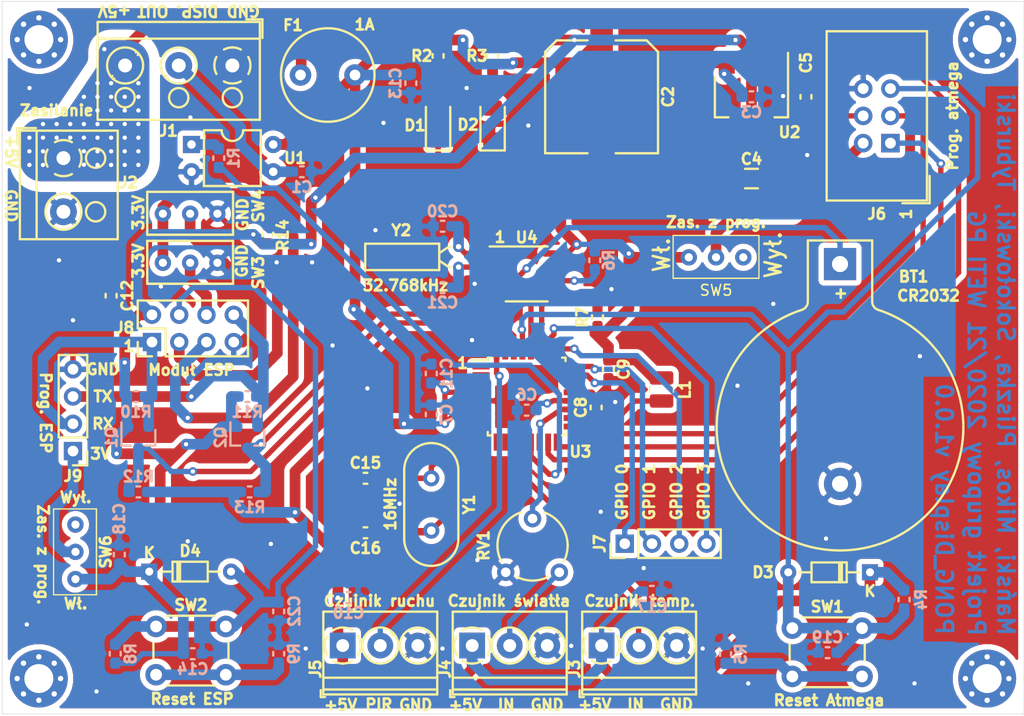
<source format=kicad_pcb>
(kicad_pcb (version 20171130) (host pcbnew "(5.1.5)-3")
  (layers (0 F.Cu signal) (31 B.Cu signal) (34 B.Paste user hide) (35 F.Paste user hide) (36 B.SilkS user) (37 F.SilkS user) (38 B.Mask user) (39 F.Mask user) (44 Edge.Cuts user))
  (net 0 "")
  (net 1 GND)
  (net 2 "Net-(BT1-Pad1)")
  (net 3 "/Wyswietlacz LED/LED_DATA_ISO")
  (net 4 +5V)
  (net 5 +3V3)
  (net 6 "Net-(C6-Pad1)")
  (net 7 "Net-(C8-Pad1)")
  (net 8 "Net-(C15-Pad2)")
  (net 9 "Net-(C16-Pad1)")
  (net 10 /MikrokontrolerAtmega/uC_RST)
  (net 11 "Net-(C20-Pad2)")
  (net 12 "Net-(C21-Pad1)")
  (net 13 "/Moduł WiFi/ESP_RST")
  (net 14 "Net-(D1-Pad2)")
  (net 15 "Net-(D2-Pad2)")
  (net 16 /MikrokontrolerAtmega/DHT22_DATA)
  (net 17 /MikrokontrolerAtmega/LIGHT_SENSOR_OUT)
  (net 18 /Sensory/PIR_OUT)
  (net 19 /MikrokontrolerAtmega/uC_MOSI)
  (net 20 /MikrokontrolerAtmega/uC_SCK)
  (net 21 /MikrokontrolerAtmega/uC_MISO)
  (net 22 /MikrokontrolerAtmega/uC_GPIO0)
  (net 23 /MikrokontrolerAtmega/uC_GPIO1)
  (net 24 /MikrokontrolerAtmega/uC_GPIO2)
  (net 25 /MikrokontrolerAtmega/uC_GPIO3)
  (net 26 "/Moduł WiFi/ESP_GPIO0")
  (net 27 "/Moduł WiFi/ESP_GPIO2")
  (net 28 "/Moduł WiFi/ESP_CH_PD")
  (net 29 "Net-(R1-Pad1)")
  (net 30 /MikrokontrolerAtmega/LED_DATA)
  (net 31 "Net-(R5-Pad1)")
  (net 32 /MikrokontrolerAtmega/RTC_SCL)
  (net 33 /MikrokontrolerAtmega/RTC_SDA)
  (net 34 "Net-(R9-Pad1)")
  (net 35 "Net-(RV1-Pad2)")
  (net 36 "Net-(U3-Pad1)")
  (net 37 "Net-(U3-Pad2)")
  (net 38 "Net-(U3-Pad9)")
  (net 39 "Net-(U3-Pad10)")
  (net 40 "Net-(U3-Pad11)")
  (net 41 "Net-(U3-Pad14)")
  (net 42 "Net-(U3-Pad22)")
  (net 43 "Net-(U4-Pad7)")
  (net 44 "/Moduł WiFi/ESP_RX")
  (net 45 "/Moduł WiFi/ESP_TX")
  (net 46 /MikrokontrolerAtmega/ESP_RX_HIGH)
  (net 47 /MikrokontrolerAtmega/ESP_TX_HIGH)
  (net 48 +5VA)
  (net 49 "Net-(J6-Pad2)")
  (net 50 "Net-(J9-Pad1)")
  (net 51 "Net-(SW5-Pad3)")
  (net 52 "Net-(SW6-Pad3)")
  (module Capacitor_SMD:C_0603_1608Metric_Pad1.05x0.95mm_HandSolder (layer F.Cu) (at 68.072 49.276 90)
    (fp_text reference C8 (at 0 -1.43 90) (layer F.SilkS) (effects (font (thickness 0.25))))
    (fp_text value 100n)
    (pad 1 smd roundrect (at -0.875 0 90) (size 1.05 0.95) (layers F.Cu F.Paste F.Mask) (net 7 "Net-(C8-Pad1)"))
    (pad 2 smd roundrect (at 0.875 0 90) (size 1.05 0.95) (layers F.Cu F.Paste F.Mask) (net 1 GND))
  )
  (module Connector_PinHeader_2.54mm:PinHeader_1x04_P2.54mm_Vertical (layer F.Cu) (at 70.739 61.976 90)
    (fp_text reference J7 (at 0 -2.33 90) (layer F.SilkS) (effects (font (thickness 0.25))))
    (fp_text value Conn_01x04)
    (pad 1 thru_hole rect (at 0 0 90) (size 1.7 1.7) (drill 1) (layers *.Cu *.Mask) (net 22 /MikrokontrolerAtmega/uC_GPIO0))
    (pad 2 thru_hole oval (at 0 2.54 90) (size 1.7 1.7) (drill 1) (layers *.Cu *.Mask) (net 23 /MikrokontrolerAtmega/uC_GPIO1))
    (pad 3 thru_hole oval (at 0 5.08 90) (size 1.7 1.7) (drill 1) (layers *.Cu *.Mask) (net 24 /MikrokontrolerAtmega/uC_GPIO2))
    (pad 4 thru_hole oval (at 0 7.62 90) (size 1.7 1.7) (drill 1) (layers *.Cu *.Mask) (net 25 /MikrokontrolerAtmega/uC_GPIO3))
  )
  (module Battery:BatteryHolder_Keystone_103_1x20mm (layer F.Cu) (at 90.805 35.91 270)
    (fp_text reference BT1 (at 1.174 -6.858 180) (layer F.SilkS) (effects (font (thickness 0.25))))
    (fp_text value Battery_Cell)
    (fp_text user + (at 2.75 0 90) (layer F.SilkS) (effects (font (thickness 0.25))))
    (pad 2 thru_hole circle (at 20.49 0 270) (size 3 3) (drill 1.5) (layers *.Cu *.Mask) (net 1 GND))
    (pad 1 thru_hole rect (at 0 0 270) (size 3 3) (drill 1.5) (layers *.Cu *.Mask) (net 2 "Net-(BT1-Pad1)"))
  )
  (module Resistor_SMD:R_0603_1608Metric_Pad1.05x0.95mm_HandSolder (layer B.Cu) (at 32.893 26.035 270)
    (fp_text reference R1 (at 0 -1.397 90) (layer B.SilkS) (effects (font (thickness 0.25)) (justify mirror)))
    (fp_text value 180R)
    (pad 1 smd roundrect (at -0.875 0 270) (size 1.05 0.95) (layers B.Cu B.Paste B.Mask) (net 29 "Net-(R1-Pad1)"))
    (pad 2 smd roundrect (at 0.875 0 270) (size 1.05 0.95) (layers B.Cu B.Paste B.Mask) (net 30 /MikrokontrolerAtmega/LED_DATA))
  )
  (module Capacitor_SMD:C_0603_1608Metric_Pad1.05x0.95mm_HandSolder (layer F.Cu) (at 22.86 38.862 90)
    (fp_text reference C12 (at 0 1.51 90) (layer F.SilkS) (effects (font (thickness 0.25))))
    (fp_text value 100n)
    (pad 1 smd roundrect (at -0.875 0 90) (size 1.05 0.95) (layers F.Cu F.Paste F.Mask) (net 5 +3V3))
    (pad 2 smd roundrect (at 0.875 0 90) (size 1.05 0.95) (layers F.Cu F.Paste F.Mask) (net 1 GND))
  )
  (module Resistor_SMD:R_0603_1608Metric_Pad1.05x0.95mm_HandSolder (layer F.Cu) (at 37.465 33.147 90)
    (fp_text reference R14 (at -0.0635 1.397 90) (layer F.SilkS) (effects (font (thickness 0.25))))
    (fp_text value 10k)
    (pad 1 smd roundrect (at -0.875 0 90) (size 1.05 0.95) (layers F.Cu F.Paste F.Mask) (net 5 +3V3))
    (pad 2 smd roundrect (at 0.875 0 90) (size 1.05 0.95) (layers F.Cu F.Paste F.Mask) (net 27 "/Moduł WiFi/ESP_GPIO2"))
  )
  (module Capacitor_SMD:C_Elec_10x10.2 (layer F.Cu) (at 68.58 20.32 270)
    (fp_text reference C2 (at 0 -6.2 90) (layer F.SilkS) (effects (font (thickness 0.25))))
    (fp_text value 470u)
    (pad 1 smd roundrect (at -4.4 0 270) (size 4.6 2.1) (layers F.Cu F.Paste F.Mask) (roundrect_rratio 0.119048) (net 4 +5V))
    (pad 2 smd roundrect (at 4.4 0 270) (size 4.6 2.1) (layers F.Cu F.Paste F.Mask) (roundrect_rratio 0.119048) (net 1 GND))
  )
  (module Diode_SMD:D_1206_3216Metric_Pad1.42x1.75mm_HandSolder (layer F.Cu) (at 53.34 22.86 90)
    (fp_text reference D1 (at -0.127 -2.159) (layer F.SilkS) (effects (font (thickness 0.25))))
    (fp_text value RED_LED)
    (pad 2 smd roundrect (at 1.4875 0 90) (size 1.425 1.75) (layers F.Cu F.Paste F.Mask) (roundrect_rratio 0.175439) (net 14 "Net-(D1-Pad2)"))
    (pad 1 smd roundrect (at -1.4875 0 90) (size 1.425 1.75) (layers F.Cu F.Paste F.Mask) (roundrect_rratio 0.175439) (net 1 GND))
  )
  (module Diode_SMD:D_1206_3216Metric_Pad1.42x1.75mm_HandSolder (layer F.Cu) (at 58.42 22.86 90)
    (fp_text reference D2 (at -0.0635 -2.286 180) (layer F.SilkS) (effects (font (thickness 0.25))))
    (fp_text value GREEN_LED)
    (pad 1 smd roundrect (at -1.4875 0 90) (size 1.425 1.75) (layers F.Cu F.Paste F.Mask) (roundrect_rratio 0.175439) (net 1 GND))
    (pad 2 smd roundrect (at 1.4875 0 90) (size 1.425 1.75) (layers F.Cu F.Paste F.Mask) (roundrect_rratio 0.175439) (net 15 "Net-(D2-Pad2)"))
  )
  (module Diode_THT:D_DO-34_SOD68_P7.62mm_Horizontal (layer F.Cu) (at 93.599 64.643 180)
    (fp_text reference D3 (at 9.9695 0) (layer F.SilkS) (effects (font (thickness 0.25))))
    (fp_text value D_Zener)
    (fp_text user K (at 0 -1.75) (layer F.SilkS) (effects (font (thickness 0.25))))
    (pad 1 thru_hole rect (at 0 0 180) (size 1.5 1.5) (drill 0.75) (layers *.Cu *.Mask) (net 4 +5V))
    (pad 2 thru_hole oval (at 7.62 0 180) (size 1.5 1.5) (drill 0.75) (layers *.Cu *.Mask) (net 10 /MikrokontrolerAtmega/uC_RST))
  )
  (module Diode_THT:D_DO-34_SOD68_P7.62mm_Horizontal (layer F.Cu) (at 26.416 64.5795)
    (fp_text reference D4 (at 3.81 -1.92) (layer F.SilkS) (effects (font (thickness 0.25))))
    (fp_text value D_Zener)
    (fp_text user K (at 0 -1.75) (layer F.SilkS) (effects (font (thickness 0.25))))
    (pad 2 thru_hole oval (at 7.62 0) (size 1.5 1.5) (drill 0.75) (layers *.Cu *.Mask) (net 13 "/Moduł WiFi/ESP_RST"))
    (pad 1 thru_hole rect (at 0 0) (size 1.5 1.5) (drill 0.75) (layers *.Cu *.Mask) (net 5 +3V3))
  )
  (module MountingHole:MountingHole_2.7mm_Pad_Via (layer F.Cu) (at 104.521 14.986)
    (fp_text reference H1 (at -0.033 0) (layer F.SilkS) (effects (font (thickness 0.25))))
    (fp_text value MountingHole)
    (pad 1 thru_hole circle (at 1.431891 -1.431891) (size 0.8 0.8) (drill 0.5) (layers *.Cu *.Mask))
    (pad 1 thru_hole circle (at 0 -2.025) (size 0.8 0.8) (drill 0.5) (layers *.Cu *.Mask))
    (pad 1 thru_hole circle (at -1.431891 -1.431891) (size 0.8 0.8) (drill 0.5) (layers *.Cu *.Mask))
    (pad 1 thru_hole circle (at -2.025 0) (size 0.8 0.8) (drill 0.5) (layers *.Cu *.Mask))
    (pad 1 thru_hole circle (at -1.431891 1.431891) (size 0.8 0.8) (drill 0.5) (layers *.Cu *.Mask))
    (pad 1 thru_hole circle (at 0 2.025) (size 0.8 0.8) (drill 0.5) (layers *.Cu *.Mask))
    (pad 1 thru_hole circle (at 1.431891 1.431891) (size 0.8 0.8) (drill 0.5) (layers *.Cu *.Mask))
    (pad 1 thru_hole circle (at 2.025 0) (size 0.8 0.8) (drill 0.5) (layers *.Cu *.Mask))
    (pad 1 thru_hole circle (at 0 0) (size 5.4 5.4) (drill 2.7) (layers *.Cu *.Mask))
  )
  (module MountingHole:MountingHole_2.7mm_Pad_Via (layer F.Cu) (at 104.521 74.549)
    (fp_text reference H2 (at 0 0) (layer F.SilkS) (effects (font (thickness 0.25))))
    (fp_text value MountingHole)
    (pad 1 thru_hole circle (at 0 0) (size 5.4 5.4) (drill 2.7) (layers *.Cu *.Mask))
    (pad 1 thru_hole circle (at 2.025 0) (size 0.8 0.8) (drill 0.5) (layers *.Cu *.Mask))
    (pad 1 thru_hole circle (at 1.431891 1.431891) (size 0.8 0.8) (drill 0.5) (layers *.Cu *.Mask))
    (pad 1 thru_hole circle (at 0 2.025) (size 0.8 0.8) (drill 0.5) (layers *.Cu *.Mask))
    (pad 1 thru_hole circle (at -1.431891 1.431891) (size 0.8 0.8) (drill 0.5) (layers *.Cu *.Mask))
    (pad 1 thru_hole circle (at -2.025 0) (size 0.8 0.8) (drill 0.5) (layers *.Cu *.Mask))
    (pad 1 thru_hole circle (at -1.431891 -1.431891) (size 0.8 0.8) (drill 0.5) (layers *.Cu *.Mask))
    (pad 1 thru_hole circle (at 0 -2.025) (size 0.8 0.8) (drill 0.5) (layers *.Cu *.Mask))
    (pad 1 thru_hole circle (at 1.431891 -1.431891) (size 0.8 0.8) (drill 0.5) (layers *.Cu *.Mask))
  )
  (module MountingHole:MountingHole_2.7mm_Pad_Via (layer F.Cu) (at 16.122 74.549)
    (fp_text reference H3 (at 0 0) (layer F.SilkS) (effects (font (thickness 0.25))))
    (fp_text value MountingHole)
    (pad 1 thru_hole circle (at 1.431891 -1.431891) (size 0.8 0.8) (drill 0.5) (layers *.Cu *.Mask))
    (pad 1 thru_hole circle (at 0 -2.025) (size 0.8 0.8) (drill 0.5) (layers *.Cu *.Mask))
    (pad 1 thru_hole circle (at -1.431891 -1.431891) (size 0.8 0.8) (drill 0.5) (layers *.Cu *.Mask))
    (pad 1 thru_hole circle (at -2.025 0) (size 0.8 0.8) (drill 0.5) (layers *.Cu *.Mask))
    (pad 1 thru_hole circle (at -1.431891 1.431891) (size 0.8 0.8) (drill 0.5) (layers *.Cu *.Mask))
    (pad 1 thru_hole circle (at 0 2.025) (size 0.8 0.8) (drill 0.5) (layers *.Cu *.Mask))
    (pad 1 thru_hole circle (at 1.431891 1.431891) (size 0.8 0.8) (drill 0.5) (layers *.Cu *.Mask))
    (pad 1 thru_hole circle (at 2.025 0) (size 0.8 0.8) (drill 0.5) (layers *.Cu *.Mask))
    (pad 1 thru_hole circle (at 0 0) (size 5.4 5.4) (drill 2.7) (layers *.Cu *.Mask))
  )
  (module MountingHole:MountingHole_2.7mm_Pad_Via (layer F.Cu) (at 16.129 14.986)
    (fp_text reference H4 (at 0 0) (layer F.SilkS) (effects (font (thickness 0.25))))
    (fp_text value MountingHole)
    (pad 1 thru_hole circle (at 0 0) (size 5.4 5.4) (drill 2.7) (layers *.Cu *.Mask))
    (pad 1 thru_hole circle (at 2.025 0) (size 0.8 0.8) (drill 0.5) (layers *.Cu *.Mask))
    (pad 1 thru_hole circle (at 1.431891 1.431891) (size 0.8 0.8) (drill 0.5) (layers *.Cu *.Mask))
    (pad 1 thru_hole circle (at 0 2.025) (size 0.8 0.8) (drill 0.5) (layers *.Cu *.Mask))
    (pad 1 thru_hole circle (at -1.431891 1.431891) (size 0.8 0.8) (drill 0.5) (layers *.Cu *.Mask))
    (pad 1 thru_hole circle (at -2.025 0) (size 0.8 0.8) (drill 0.5) (layers *.Cu *.Mask))
    (pad 1 thru_hole circle (at -1.431891 -1.431891) (size 0.8 0.8) (drill 0.5) (layers *.Cu *.Mask))
    (pad 1 thru_hole circle (at 0 -2.025) (size 0.8 0.8) (drill 0.5) (layers *.Cu *.Mask))
    (pad 1 thru_hole circle (at 1.431891 -1.431891) (size 0.8 0.8) (drill 0.5) (layers *.Cu *.Mask))
  )
  (module TerminalBlock_Phoenix:TerminalBlock_Phoenix_PT-1,5-3-3.5-H_1x03_P3.50mm_Horizontal (layer F.Cu) (at 68.58 71.47)
    (fp_text reference J3 (at -2.54 2.19 90) (layer F.SilkS) (effects (font (thickness 0.25))))
    (fp_text value DHT22_Conn)
    (pad 1 thru_hole rect (at 0 0) (size 2.4 2.4) (drill 1.2) (layers *.Cu *.Mask) (net 4 +5V))
    (pad 2 thru_hole circle (at 3.5 0) (size 2.4 2.4) (drill 1.2) (layers *.Cu *.Mask) (net 16 /MikrokontrolerAtmega/DHT22_DATA))
    (pad 3 thru_hole circle (at 7 0) (size 2.4 2.4) (drill 1.2) (layers *.Cu *.Mask) (net 1 GND))
  )
  (module TerminalBlock_Phoenix:TerminalBlock_Phoenix_PT-1,5-3-3.5-H_1x03_P3.50mm_Horizontal (layer F.Cu) (at 44.45 71.47)
    (fp_text reference J5 (at -2.54 2.19 90) (layer F.SilkS) (effects (font (thickness 0.25))))
    (fp_text value PIR_Sensor_Conn)
    (pad 3 thru_hole circle (at 7 0) (size 2.4 2.4) (drill 1.2) (layers *.Cu *.Mask) (net 1 GND))
    (pad 2 thru_hole circle (at 3.5 0) (size 2.4 2.4) (drill 1.2) (layers *.Cu *.Mask) (net 18 /Sensory/PIR_OUT))
    (pad 1 thru_hole rect (at 0 0) (size 2.4 2.4) (drill 1.2) (layers *.Cu *.Mask) (net 4 +5V))
  )
  (module Connector_PinHeader_2.54mm:PinHeader_2x04_P2.54mm_Vertical (layer F.Cu) (at 26.67 43.18 90)
    (fp_text reference J8 (at 1.3335 -2.54 180) (layer F.SilkS) (effects (font (thickness 0.25))))
    (fp_text value ESP_Conn)
    (pad 1 thru_hole rect (at 0 0 90) (size 1.7 1.7) (drill 1) (layers *.Cu *.Mask) (net 44 "/Moduł WiFi/ESP_RX"))
    (pad 2 thru_hole oval (at 2.54 0 90) (size 1.7 1.7) (drill 1) (layers *.Cu *.Mask) (net 5 +3V3))
    (pad 3 thru_hole oval (at 0 2.54 90) (size 1.7 1.7) (drill 1) (layers *.Cu *.Mask) (net 26 "/Moduł WiFi/ESP_GPIO0"))
    (pad 4 thru_hole oval (at 2.54 2.54 90) (size 1.7 1.7) (drill 1) (layers *.Cu *.Mask) (net 13 "/Moduł WiFi/ESP_RST"))
    (pad 5 thru_hole oval (at 0 5.08 90) (size 1.7 1.7) (drill 1) (layers *.Cu *.Mask) (net 27 "/Moduł WiFi/ESP_GPIO2"))
    (pad 6 thru_hole oval (at 2.54 5.08 90) (size 1.7 1.7) (drill 1) (layers *.Cu *.Mask) (net 28 "/Moduł WiFi/ESP_CH_PD"))
    (pad 7 thru_hole oval (at 0 7.62 90) (size 1.7 1.7) (drill 1) (layers *.Cu *.Mask) (net 1 GND))
    (pad 8 thru_hole oval (at 2.54 7.62 90) (size 1.7 1.7) (drill 1) (layers *.Cu *.Mask) (net 45 "/Moduł WiFi/ESP_TX"))
  )
  (module Connector_PinHeader_2.54mm:PinHeader_1x04_P2.54mm_Vertical (layer F.Cu) (at 19.304 53.34 180)
    (fp_text reference J9 (at 0 -2.33) (layer F.SilkS) (effects (font (thickness 0.25))))
    (fp_text value ESP_Prog_Conn)
    (pad 4 thru_hole oval (at 0 7.62 180) (size 1.7 1.7) (drill 1) (layers *.Cu *.Mask) (net 1 GND))
    (pad 3 thru_hole oval (at 0 5.08 180) (size 1.7 1.7) (drill 1) (layers *.Cu *.Mask) (net 45 "/Moduł WiFi/ESP_TX"))
    (pad 2 thru_hole oval (at 0 2.54 180) (size 1.7 1.7) (drill 1) (layers *.Cu *.Mask) (net 44 "/Moduł WiFi/ESP_RX"))
    (pad 1 thru_hole rect (at 0 0 180) (size 1.7 1.7) (drill 1) (layers *.Cu *.Mask) (net 50 "Net-(J9-Pad1)"))
  )
  (module Potentiometer_THT:Potentiometer_Piher_PT-6-V_Vertical (layer F.Cu) (at 64.643 64.643 90)
    (fp_text reference RV1 (at 2.5 -7.06 90) (layer F.SilkS) (effects (font (thickness 0.25))))
    (fp_text value R_POT)
    (pad 3 thru_hole circle (at 0 -5 90) (size 1.62 1.62) (drill 0.9) (layers *.Cu *.Mask) (net 1 GND))
    (pad 2 thru_hole circle (at 5 -2.5 90) (size 1.62 1.62) (drill 0.9) (layers *.Cu *.Mask) (net 35 "Net-(RV1-Pad2)"))
    (pad 1 thru_hole circle (at 0 0 90) (size 1.62 1.62) (drill 0.9) (layers *.Cu *.Mask) (net 17 /MikrokontrolerAtmega/LIGHT_SENSOR_OUT))
  )
  (module Button_Switch_THT:SW_PUSH_6mm (layer F.Cu) (at 86.36 69.85)
    (fp_text reference SW1 (at 3.25 -2) (layer F.SilkS) (effects (font (thickness 0.25))))
    (fp_text value SW_Push)
    (pad 1 thru_hole circle (at 6.5 0 90) (size 2 2) (drill 1.1) (layers *.Cu *.Mask) (net 10 /MikrokontrolerAtmega/uC_RST))
    (pad 2 thru_hole circle (at 6.5 4.5 90) (size 2 2) (drill 1.1) (layers *.Cu *.Mask) (net 31 "Net-(R5-Pad1)"))
    (pad 1 thru_hole circle (at 0 0 90) (size 2 2) (drill 1.1) (layers *.Cu *.Mask) (net 10 /MikrokontrolerAtmega/uC_RST))
    (pad 2 thru_hole circle (at 0 4.5 90) (size 2 2) (drill 1.1) (layers *.Cu *.Mask) (net 31 "Net-(R5-Pad1)"))
  )
  (module Button_Switch_THT:SW_PUSH_6mm (layer F.Cu) (at 27.051 69.692)
    (fp_text reference SW2 (at 3.25 -2) (layer F.SilkS) (effects (font (thickness 0.25))))
    (fp_text value SW_Push)
    (pad 2 thru_hole circle (at 0 4.5 90) (size 2 2) (drill 1.1) (layers *.Cu *.Mask) (net 34 "Net-(R9-Pad1)"))
    (pad 1 thru_hole circle (at 0 0 90) (size 2 2) (drill 1.1) (layers *.Cu *.Mask) (net 13 "/Moduł WiFi/ESP_RST"))
    (pad 2 thru_hole circle (at 6.5 4.5 90) (size 2 2) (drill 1.1) (layers *.Cu *.Mask) (net 34 "Net-(R9-Pad1)"))
    (pad 1 thru_hole circle (at 6.5 0 90) (size 2 2) (drill 1.1) (layers *.Cu *.Mask) (net 13 "/Moduł WiFi/ESP_RST"))
  )
  (module LIB_PONG_Display:SPDT_switch (layer F.Cu) (at 30.226 31.75)
    (fp_text reference SW3 (at 6.35 4.953 270) (layer F.SilkS) (effects (font (thickness 0.25))))
    (fp_text value SW_Push_SPDT)
    (pad 3 thru_hole circle (at 2.54 4.04) (size 1.524 1.524) (drill 0.762) (layers *.Cu *.Mask) (net 1 GND))
    (pad 2 thru_hole circle (at 0 4.04) (size 1.524 1.524) (drill 0.762) (layers *.Cu *.Mask) (net 28 "/Moduł WiFi/ESP_CH_PD"))
    (pad 1 thru_hole circle (at -2.54 4.04) (size 1.524 1.524) (drill 0.762) (layers *.Cu *.Mask) (net 27 "/Moduł WiFi/ESP_GPIO2"))
  )
  (module LIB_PONG_Display:SPDT_switch (layer F.Cu) (at 30.226 27.178)
    (fp_text reference SW4 (at 6.35 3.302 270) (layer F.SilkS) (effects (font (thickness 0.25))))
    (fp_text value SW_Push_SPDT)
    (pad 1 thru_hole circle (at -2.54 4.04) (size 1.524 1.524) (drill 0.762) (layers *.Cu *.Mask) (net 27 "/Moduł WiFi/ESP_GPIO2"))
    (pad 2 thru_hole circle (at 0 4.04) (size 1.524 1.524) (drill 0.762) (layers *.Cu *.Mask) (net 26 "/Moduł WiFi/ESP_GPIO0"))
    (pad 3 thru_hole circle (at 2.54 4.04) (size 1.524 1.524) (drill 0.762) (layers *.Cu *.Mask) (net 1 GND))
  )
  (module Package_DIP:DIP-4_W7.62mm (layer F.Cu) (at 30.353 24.765)
    (fp_text reference U1 (at 9.652 1.27) (layer F.SilkS) (effects (font (thickness 0.25))))
    (fp_text value PC817)
    (pad 1 thru_hole rect (at 0 0) (size 1.6 1.6) (drill 0.8) (layers *.Cu *.Mask) (net 29 "Net-(R1-Pad1)"))
    (pad 3 thru_hole oval (at 7.62 2.54) (size 1.6 1.6) (drill 0.8) (layers *.Cu *.Mask) (net 3 "/Wyswietlacz LED/LED_DATA_ISO"))
    (pad 2 thru_hole oval (at 0 2.54) (size 1.6 1.6) (drill 0.8) (layers *.Cu *.Mask) (net 1 GND))
    (pad 4 thru_hole oval (at 7.62 0) (size 1.6 1.6) (drill 0.8) (layers *.Cu *.Mask) (net 4 +5V))
  )
  (module Package_TO_SOT_SMD:SOT-223-3_TabPin2 (layer F.Cu) (at 82.55 20.32 270)
    (fp_text reference U2 (at 3.302 -3.556 180) (layer F.SilkS) (effects (font (thickness 0.25))))
    (fp_text value LD1117S33TR_SOT223)
    (pad 2 smd rect (at 3.15 0 270) (size 2 3.8) (layers F.Cu F.Paste F.Mask) (net 5 +3V3))
    (pad 2 smd rect (at -3.15 0 270) (size 2 1.5) (layers F.Cu F.Paste F.Mask) (net 5 +3V3))
    (pad 3 smd rect (at -3.15 2.3 270) (size 2 1.5) (layers F.Cu F.Paste F.Mask) (net 4 +5V))
    (pad 1 smd rect (at -3.15 -2.3 270) (size 2 1.5) (layers F.Cu F.Paste F.Mask) (net 1 GND))
  )
  (module Package_QFP:TQFP-32_7x7mm_P0.8mm (layer F.Cu) (at 61.595 48.26)
    (fp_text reference U3 (at 5.0165 5.1435) (layer F.SilkS) (effects (font (thickness 0.25))))
    (fp_text value ATmega328P-AU)
    (pad 1 smd rect (at -4.25 -2.8) (size 1.6 0.55) (layers F.Cu F.Paste F.Mask) (net 36 "Net-(U3-Pad1)"))
    (pad 2 smd rect (at -4.25 -2) (size 1.6 0.55) (layers F.Cu F.Paste F.Mask) (net 37 "Net-(U3-Pad2)"))
    (pad 3 smd rect (at -4.25 -1.2) (size 1.6 0.55) (layers F.Cu F.Paste F.Mask) (net 1 GND))
    (pad 4 smd rect (at -4.25 -0.4) (size 1.6 0.55) (layers F.Cu F.Paste F.Mask) (net 4 +5V))
    (pad 5 smd rect (at -4.25 0.4) (size 1.6 0.55) (layers F.Cu F.Paste F.Mask) (net 1 GND))
    (pad 6 smd rect (at -4.25 1.2) (size 1.6 0.55) (layers F.Cu F.Paste F.Mask) (net 4 +5V))
    (pad 7 smd rect (at -4.25 2) (size 1.6 0.55) (layers F.Cu F.Paste F.Mask) (net 8 "Net-(C15-Pad2)"))
    (pad 8 smd rect (at -4.25 2.8) (size 1.6 0.55) (layers F.Cu F.Paste F.Mask) (net 9 "Net-(C16-Pad1)"))
    (pad 9 smd rect (at -2.8 4.25 90) (size 1.6 0.55) (layers F.Cu F.Paste F.Mask) (net 38 "Net-(U3-Pad9)"))
    (pad 10 smd rect (at -2 4.25 90) (size 1.6 0.55) (layers F.Cu F.Paste F.Mask) (net 39 "Net-(U3-Pad10)"))
    (pad 11 smd rect (at -1.2 4.25 90) (size 1.6 0.55) (layers F.Cu F.Paste F.Mask) (net 40 "Net-(U3-Pad11)"))
    (pad 12 smd rect (at -0.4 4.25 90) (size 1.6 0.55) (layers F.Cu F.Paste F.Mask) (net 16 /MikrokontrolerAtmega/DHT22_DATA))
    (pad 13 smd rect (at 0.4 4.25 90) (size 1.6 0.55) (layers F.Cu F.Paste F.Mask) (net 30 /MikrokontrolerAtmega/LED_DATA))
    (pad 14 smd rect (at 1.2 4.25 90) (size 1.6 0.55) (layers F.Cu F.Paste F.Mask) (net 41 "Net-(U3-Pad14)"))
    (pad 15 smd rect (at 2 4.25 90) (size 1.6 0.55) (layers F.Cu F.Paste F.Mask) (net 19 /MikrokontrolerAtmega/uC_MOSI))
    (pad 16 smd rect (at 2.8 4.25 90) (size 1.6 0.55) (layers F.Cu F.Paste F.Mask) (net 21 /MikrokontrolerAtmega/uC_MISO))
    (pad 17 smd rect (at 4.25 2.8) (size 1.6 0.55) (layers F.Cu F.Paste F.Mask) (net 20 /MikrokontrolerAtmega/uC_SCK))
    (pad 18 smd rect (at 4.25 2) (size 1.6 0.55) (layers F.Cu F.Paste F.Mask) (net 7 "Net-(C8-Pad1)"))
    (pad 19 smd rect (at 4.25 1.2) (size 1.6 0.55) (layers F.Cu F.Paste F.Mask) (net 35 "Net-(RV1-Pad2)"))
    (pad 20 smd rect (at 4.25 0.4) (size 1.6 0.55) (layers F.Cu F.Paste F.Mask) (net 6 "Net-(C6-Pad1)"))
    (pad 21 smd rect (at 4.25 -0.4) (size 1.6 0.55) (layers F.Cu F.Paste F.Mask) (net 1 GND))
    (pad 22 smd rect (at 4.25 -1.2) (size 1.6 0.55) (layers F.Cu F.Paste F.Mask) (net 42 "Net-(U3-Pad22)"))
    (pad 23 smd rect (at 4.25 -2) (size 1.6 0.55) (layers F.Cu F.Paste F.Mask) (net 22 /MikrokontrolerAtmega/uC_GPIO0))
    (pad 24 smd rect (at 4.25 -2.8) (size 1.6 0.55) (layers F.Cu F.Paste F.Mask) (net 23 /MikrokontrolerAtmega/uC_GPIO1))
    (pad 25 smd rect (at 2.8 -4.25 90) (size 1.6 0.55) (layers F.Cu F.Paste F.Mask) (net 24 /MikrokontrolerAtmega/uC_GPIO2))
    (pad 26 smd rect (at 2 -4.25 90) (size 1.6 0.55) (layers F.Cu F.Paste F.Mask) (net 25 /MikrokontrolerAtmega/uC_GPIO3))
    (pad 27 smd rect (at 1.2 -4.25 90) (size 1.6 0.55) (layers F.Cu F.Paste F.Mask) (net 33 /MikrokontrolerAtmega/RTC_SDA))
    (pad 28 smd rect (at 0.4 -4.25 90) (size 1.6 0.55) (layers F.Cu F.Paste F.Mask) (net 32 /MikrokontrolerAtmega/RTC_SCL))
    (pad 29 smd rect (at -0.4 -4.25 90) (size 1.6 0.55) (layers F.Cu F.Paste F.Mask) (net 10 /MikrokontrolerAtmega/uC_RST))
    (pad 30 smd rect (at -1.2 -4.25 90) (size 1.6 0.55) (layers F.Cu F.Paste F.Mask) (net 47 /MikrokontrolerAtmega/ESP_TX_HIGH))
    (pad 31 smd rect (at -2 -4.25 90) (size 1.6 0.55) (layers F.Cu F.Paste F.Mask) (net 46 /MikrokontrolerAtmega/ESP_RX_HIGH))
    (pad 32 smd rect (at -2.8 -4.25 90) (size 1.6 0.55) (layers F.Cu F.Paste F.Mask) (net 18 /Sensory/PIR_OUT))
  )
  (module Package_SO:SOIC-8_3.9x4.9mm_P1.27mm (layer F.Cu) (at 61.595 36.83)
    (fp_text reference U4 (at 0 -3.4) (layer F.SilkS) (effects (font (thickness 0.25))))
    (fp_text value MCP79400)
    (pad 1 smd roundrect (at -2.475 -1.905) (size 1.95 0.6) (layers F.Cu F.Paste F.Mask) (net 11 "Net-(C20-Pad2)"))
    (pad 2 smd roundrect (at -2.475 -0.635) (size 1.95 0.6) (layers F.Cu F.Paste F.Mask) (net 12 "Net-(C21-Pad1)"))
    (pad 3 smd roundrect (at -2.475 0.635) (size 1.95 0.6) (layers F.Cu F.Paste F.Mask) (net 2 "Net-(BT1-Pad1)"))
    (pad 4 smd roundrect (at -2.475 1.905) (size 1.95 0.6) (layers F.Cu F.Paste F.Mask) (net 1 GND))
    (pad 5 smd roundrect (at 2.475 1.905) (size 1.95 0.6) (layers F.Cu F.Paste F.Mask) (net 33 /MikrokontrolerAtmega/RTC_SDA))
    (pad 6 smd roundrect (at 2.475 0.635) (size 1.95 0.6) (layers F.Cu F.Paste F.Mask) (net 32 /MikrokontrolerAtmega/RTC_SCL))
    (pad 7 smd roundrect (at 2.475 -0.635) (size 1.95 0.6) (layers F.Cu F.Paste F.Mask) (net 43 "Net-(U4-Pad7)"))
    (pad 8 smd roundrect (at 2.475 -1.905) (size 1.95 0.6) (layers F.Cu F.Paste F.Mask) (net 4 +5V))
  )
  (module Crystal:Crystal_HC49-4H_Vertical (layer F.Cu) (at 52.705 55.88 270)
    (fp_text reference Y1 (at 2.44 -3.525 90) (layer F.SilkS) (effects (font (thickness 0.25))))
    (fp_text value 16MHz)
    (pad 1 thru_hole circle (at 0 0 270) (size 1.5 1.5) (drill 0.8) (layers *.Cu *.Mask) (net 8 "Net-(C15-Pad2)"))
    (pad 2 thru_hole circle (at 4.88 0 270) (size 1.5 1.5) (drill 0.8) (layers *.Cu *.Mask) (net 9 "Net-(C16-Pad1)"))
  )
  (module Crystal:Crystal_C26-LF_D2.1mm_L6.5mm_Horizontal (layer F.Cu) (at 55.245 34.29 270)
    (fp_text reference Y2 (at -1.524 5.334) (layer F.SilkS) (effects (font (thickness 0.25))))
    (fp_text value 32,768kHz)
    (pad 1 thru_hole circle (at 0 0 270) (size 1 1) (drill 0.5) (layers *.Cu *.Mask) (net 11 "Net-(C20-Pad2)"))
    (pad 2 thru_hole circle (at 1.9 0 270) (size 1 1) (drill 0.5) (layers *.Cu *.Mask) (net 12 "Net-(C21-Pad1)"))
  )
  (module Package_TO_SOT_SMD:SOT-23 (layer B.Cu) (at 25.4 52.07 270)
    (fp_text reference Q1 (at 0 2.5 270) (layer B.SilkS) (effects (font (thickness 0.25)) (justify mirror)))
    (fp_text value BSS138)
    (pad 3 smd rect (at 1 0 270) (size 0.9 0.8) (layers B.Cu B.Paste B.Mask) (net 46 /MikrokontrolerAtmega/ESP_RX_HIGH))
    (pad 2 smd rect (at -1 -0.95 270) (size 0.9 0.8) (layers B.Cu B.Paste B.Mask) (net 44 "/Moduł WiFi/ESP_RX"))
    (pad 1 smd rect (at -1 0.95 270) (size 0.9 0.8) (layers B.Cu B.Paste B.Mask) (net 5 +3V3))
  )
  (module Package_TO_SOT_SMD:SOT-23 (layer B.Cu) (at 35.56 52.07 270)
    (fp_text reference Q2 (at 0 2.5 270) (layer B.SilkS) (effects (font (thickness 0.25)) (justify mirror)))
    (fp_text value BSS138)
    (pad 1 smd rect (at -1 0.95 270) (size 0.9 0.8) (layers B.Cu B.Paste B.Mask) (net 5 +3V3))
    (pad 2 smd rect (at -1 -0.95 270) (size 0.9 0.8) (layers B.Cu B.Paste B.Mask) (net 45 "/Moduł WiFi/ESP_TX"))
    (pad 3 smd rect (at 1 0 270) (size 0.9 0.8) (layers B.Cu B.Paste B.Mask) (net 47 /MikrokontrolerAtmega/ESP_TX_HIGH))
  )
  (module Capacitor_SMD:C_0603_1608Metric_Pad1.05x0.95mm_HandSolder (layer B.Cu) (at 40.64 27.305)
    (fp_text reference C1 (at 0 1.43) (layer B.SilkS) (effects (font (thickness 0.25)) (justify mirror)))
    (fp_text value 100n)
    (pad 1 smd roundrect (at -0.875 0) (size 1.05 0.95) (layers B.Cu B.Paste B.Mask) (net 3 "/Wyswietlacz LED/LED_DATA_ISO"))
    (pad 2 smd roundrect (at 0.875 0) (size 1.05 0.95) (layers B.Cu B.Paste B.Mask) (net 1 GND))
  )
  (module Capacitor_SMD:C_0603_1608Metric_Pad1.05x0.95mm_HandSolder (layer B.Cu) (at 82.55 20.32)
    (fp_text reference C3 (at 0 1.43) (layer B.SilkS) (effects (font (thickness 0.25)) (justify mirror)))
    (fp_text value 100n)
    (pad 1 smd roundrect (at -0.875 0) (size 1.05 0.95) (layers B.Cu B.Paste B.Mask) (net 4 +5V))
    (pad 2 smd roundrect (at 0.875 0) (size 1.05 0.95) (layers B.Cu B.Paste B.Mask) (net 1 GND))
  )
  (module Capacitor_SMD:C_1206_3216Metric_Pad1.42x1.75mm_HandSolder (layer F.Cu) (at 82.55 27.94)
    (fp_text reference C4 (at 0 -1.82) (layer F.SilkS) (effects (font (thickness 0.25))))
    (fp_text value 10u)
    (pad 1 smd roundrect (at -1.4875 0) (size 1.425 1.75) (layers F.Cu F.Paste F.Mask) (roundrect_rratio 0.175439) (net 5 +3V3))
    (pad 2 smd roundrect (at 1.4875 0) (size 1.425 1.75) (layers F.Cu F.Paste F.Mask) (roundrect_rratio 0.175439) (net 1 GND))
  )
  (module Capacitor_SMD:C_0603_1608Metric_Pad1.05x0.95mm_HandSolder (layer F.Cu) (at 87.63 20.32 90)
    (fp_text reference C5 (at 3.175 0 90) (layer F.SilkS) (effects (font (thickness 0.25))))
    (fp_text value 100n)
    (pad 2 smd roundrect (at 0.875 0 90) (size 1.05 0.95) (layers F.Cu F.Paste F.Mask) (net 1 GND))
    (pad 1 smd roundrect (at -0.875 0 90) (size 1.05 0.95) (layers F.Cu F.Paste F.Mask) (net 5 +3V3))
  )
  (module Capacitor_SMD:C_0603_1608Metric_Pad1.05x0.95mm_HandSolder (layer B.Cu) (at 61.595 49.53 180)
    (fp_text reference C6 (at 0 1.43 180) (layer B.SilkS) (effects (font (thickness 0.25)) (justify mirror)))
    (fp_text value 100n)
    (pad 2 smd roundrect (at 0.875 0 180) (size 1.05 0.95) (layers B.Cu B.Paste B.Mask) (net 1 GND))
    (pad 1 smd roundrect (at -0.875 0 180) (size 1.05 0.95) (layers B.Cu B.Paste B.Mask) (net 6 "Net-(C6-Pad1)"))
  )
  (module Capacitor_SMD:C_0603_1608Metric_Pad1.05x0.95mm_HandSolder (layer B.Cu) (at 52.705 49.925 90)
    (fp_text reference C7 (at 0 1.43 270) (layer B.SilkS) (effects (font (thickness 0.25)) (justify mirror)))
    (fp_text value 100n)
    (pad 2 smd roundrect (at 0.875 0 90) (size 1.05 0.95) (layers B.Cu B.Paste B.Mask) (net 1 GND))
    (pad 1 smd roundrect (at -0.875 0 90) (size 1.05 0.95) (layers B.Cu B.Paste B.Mask) (net 4 +5V))
  )
  (module Capacitor_SMD:C_0603_1608Metric_Pad1.05x0.95mm_HandSolder (layer F.Cu) (at 69.215 45.72 270)
    (fp_text reference C9 (at 0 -1.43 90) (layer F.SilkS) (effects (font (thickness 0.25))))
    (fp_text value 100n)
    (pad 2 smd roundrect (at 0.875 0 270) (size 1.05 0.95) (layers F.Cu F.Paste F.Mask) (net 1 GND))
    (pad 1 smd roundrect (at -0.875 0 270) (size 1.05 0.95) (layers F.Cu F.Paste F.Mask) (net 4 +5V))
  )
  (module Capacitor_SMD:C_0603_1608Metric_Pad1.05x0.95mm_HandSolder (layer B.Cu) (at 45 67)
    (fp_text reference C10 (at 0 1.43) (layer B.SilkS) (effects (font (thickness 0.25)) (justify mirror)))
    (fp_text value 100n)
    (pad 2 smd roundrect (at 0.875 0) (size 1.05 0.95) (layers B.Cu B.Paste B.Mask) (net 1 GND))
    (pad 1 smd roundrect (at -0.875 0) (size 1.05 0.95) (layers B.Cu B.Paste B.Mask) (net 4 +5V))
  )
  (module Capacitor_SMD:C_0603_1608Metric_Pad1.05x0.95mm_HandSolder (layer B.Cu) (at 52.705 46.115 90)
    (fp_text reference C11 (at 0 1.43 270) (layer B.SilkS) (effects (font (thickness 0.25)) (justify mirror)))
    (fp_text value 100n)
    (pad 1 smd roundrect (at -0.875 0 90) (size 1.05 0.95) (layers B.Cu B.Paste B.Mask) (net 4 +5V))
    (pad 2 smd roundrect (at 0.875 0 90) (size 1.05 0.95) (layers B.Cu B.Paste B.Mask) (net 1 GND))
  )
  (module Capacitor_SMD:C_0603_1608Metric_Pad1.05x0.95mm_HandSolder (layer B.Cu) (at 50.8 19.05 270)
    (fp_text reference C13 (at 0 1.43 270) (layer B.SilkS) (effects (font (thickness 0.25)) (justify mirror)))
    (fp_text value 100n)
    (pad 1 smd roundrect (at -0.875 0 270) (size 1.05 0.95) (layers B.Cu B.Paste B.Mask) (net 4 +5V))
    (pad 2 smd roundrect (at 0.875 0 270) (size 1.05 0.95) (layers B.Cu B.Paste B.Mask) (net 1 GND))
  )
  (module Capacitor_SMD:C_0603_1608Metric_Pad1.05x0.95mm_HandSolder (layer B.Cu) (at 30.466 72.232)
    (fp_text reference C14 (at 0 1.43 180) (layer B.SilkS) (effects (font (thickness 0.25)) (justify mirror)))
    (fp_text value 100n)
    (pad 2 smd roundrect (at 0.875 0) (size 1.05 0.95) (layers B.Cu B.Paste B.Mask) (net 1 GND))
    (pad 1 smd roundrect (at -0.875 0) (size 1.05 0.95) (layers B.Cu B.Paste B.Mask) (net 5 +3V3))
  )
  (module Capacitor_SMD:C_0603_1608Metric_Pad1.05x0.95mm_HandSolder (layer B.Cu) (at 73.265 66.421)
    (fp_text reference C17 (at 0 1.43) (layer B.SilkS) (effects (font (thickness 0.25)) (justify mirror)))
    (fp_text value 100n)
    (pad 1 smd roundrect (at -0.875 0) (size 1.05 0.95) (layers B.Cu B.Paste B.Mask) (net 4 +5V))
    (pad 2 smd roundrect (at 0.875 0) (size 1.05 0.95) (layers B.Cu B.Paste B.Mask) (net 1 GND))
  )
  (module Capacitor_SMD:C_0603_1608Metric_Pad1.05x0.95mm_HandSolder (layer B.Cu) (at 23.622 62.992 90)
    (fp_text reference C18 (at 3.34 -0.01 270) (layer B.SilkS) (effects (font (thickness 0.25)) (justify mirror)))
    (fp_text value 100n)
    (pad 2 smd roundrect (at 0.875 0 90) (size 1.05 0.95) (layers B.Cu B.Paste B.Mask) (net 1 GND))
    (pad 1 smd roundrect (at -0.875 0 90) (size 1.05 0.95) (layers B.Cu B.Paste B.Mask) (net 5 +3V3))
  )
  (module Capacitor_SMD:C_0603_1608Metric_Pad1.05x0.95mm_HandSolder (layer B.Cu) (at 89.648 72.136 180)
    (fp_text reference C19 (at 0 1.43) (layer B.SilkS) (effects (font (thickness 0.25)) (justify mirror)))
    (fp_text value 100n)
    (pad 1 smd roundrect (at -0.875 0 180) (size 1.05 0.95) (layers B.Cu B.Paste B.Mask) (net 10 /MikrokontrolerAtmega/uC_RST))
    (pad 2 smd roundrect (at 0.875 0 180) (size 1.05 0.95) (layers B.Cu B.Paste B.Mask) (net 1 GND))
  )
  (module Capacitor_SMD:C_0603_1608Metric_Pad1.05x0.95mm_HandSolder (layer B.Cu) (at 38.481 68.295 270)
    (fp_text reference C22 (at -0.0325 -1.4605 270) (layer B.SilkS) (effects (font (thickness 0.25)) (justify mirror)))
    (fp_text value 100n)
    (pad 2 smd roundrect (at 0.875 0 270) (size 1.05 0.95) (layers B.Cu B.Paste B.Mask) (net 1 GND))
    (pad 1 smd roundrect (at -0.875 0 270) (size 1.05 0.95) (layers B.Cu B.Paste B.Mask) (net 13 "/Moduł WiFi/ESP_RST"))
  )
  (module Capacitor_SMD:C_0603_1608Metric_Pad1.05x0.95mm_HandSolder (layer F.Cu) (at 46.5725 55.88)
    (fp_text reference C15 (at 0 -1.43) (layer F.SilkS) (effects (font (thickness 0.25))))
    (fp_text value 22p)
    (pad 1 smd roundrect (at -0.875 0) (size 1.05 0.95) (layers F.Cu F.Paste F.Mask) (net 1 GND))
    (pad 2 smd roundrect (at 0.875 0) (size 1.05 0.95) (layers F.Cu F.Paste F.Mask) (net 8 "Net-(C15-Pad2)"))
  )
  (module Capacitor_SMD:C_0603_1608Metric_Pad1.05x0.95mm_HandSolder (layer F.Cu) (at 46.5725 60.96 180)
    (fp_text reference C16 (at 0 -1.43) (layer F.SilkS) (effects (font (thickness 0.25))))
    (fp_text value 22p)
    (pad 2 smd roundrect (at 0.875 0 180) (size 1.05 0.95) (layers F.Cu F.Paste F.Mask) (net 1 GND))
    (pad 1 smd roundrect (at -0.875 0 180) (size 1.05 0.95) (layers F.Cu F.Paste F.Mask) (net 9 "Net-(C16-Pad1)"))
  )
  (module Capacitor_SMD:C_0603_1608Metric_Pad1.05x0.95mm_HandSolder (layer B.Cu) (at 53.7575 32.385)
    (fp_text reference C20 (at 0 -1.385) (layer B.SilkS) (effects (font (thickness 0.25)) (justify mirror)))
    (fp_text value 22p)
    (pad 1 smd roundrect (at -0.875 0) (size 1.05 0.95) (layers B.Cu B.Paste B.Mask) (net 1 GND))
    (pad 2 smd roundrect (at 0.875 0) (size 1.05 0.95) (layers B.Cu B.Paste B.Mask) (net 11 "Net-(C20-Pad2)"))
  )
  (module Capacitor_SMD:C_0603_1608Metric_Pad1.05x0.95mm_HandSolder (layer B.Cu) (at 53.7575 38.1 180)
    (fp_text reference C21 (at 0.0075 -1.4) (layer B.SilkS) (effects (font (thickness 0.25)) (justify mirror)))
    (fp_text value 22p)
    (pad 2 smd roundrect (at 0.875 0 180) (size 1.05 0.95) (layers B.Cu B.Paste B.Mask) (net 1 GND))
    (pad 1 smd roundrect (at -0.875 0 180) (size 1.05 0.95) (layers B.Cu B.Paste B.Mask) (net 12 "Net-(C21-Pad1)"))
  )
  (module Resistor_SMD:R_0603_1608Metric_Pad1.05x0.95mm_HandSolder (layer F.Cu) (at 53.34 16.51 270)
    (fp_text reference R2 (at 0 1.524 180) (layer F.SilkS) (effects (font (thickness 0.25))))
    (fp_text value 470R)
    (pad 1 smd roundrect (at -0.875 0 270) (size 1.05 0.95) (layers F.Cu F.Paste F.Mask) (net 4 +5V))
    (pad 2 smd roundrect (at 0.875 0 270) (size 1.05 0.95) (layers F.Cu F.Paste F.Mask) (net 14 "Net-(D1-Pad2)"))
  )
  (module Resistor_SMD:R_0603_1608Metric_Pad1.05x0.95mm_HandSolder (layer F.Cu) (at 58.42 16.51 270)
    (fp_text reference R3 (at 0 1.4605 180) (layer F.SilkS) (effects (font (thickness 0.25))))
    (fp_text value 5R1)
    (pad 2 smd roundrect (at 0.875 0 270) (size 1.05 0.95) (layers F.Cu F.Paste F.Mask) (net 15 "Net-(D2-Pad2)"))
    (pad 1 smd roundrect (at -0.875 0 270) (size 1.05 0.95) (layers F.Cu F.Paste F.Mask) (net 5 +3V3))
  )
  (module Resistor_SMD:R_0603_1608Metric_Pad1.05x0.95mm_HandSolder (layer B.Cu) (at 96.774 67.183 270)
    (fp_text reference R4 (at 0 -1.5875 90) (layer B.SilkS) (effects (font (thickness 0.25)) (justify mirror)))
    (fp_text value 10k)
    (pad 2 smd roundrect (at 0.875 0 270) (size 1.05 0.95) (layers B.Cu B.Paste B.Mask) (net 10 /MikrokontrolerAtmega/uC_RST))
    (pad 1 smd roundrect (at -0.875 0 270) (size 1.05 0.95) (layers B.Cu B.Paste B.Mask) (net 4 +5V))
  )
  (module Resistor_SMD:R_0603_1608Metric_Pad1.05x0.95mm_HandSolder (layer B.Cu) (at 80.137 72.263 90)
    (fp_text reference R5 (at 0 1.43 90) (layer B.SilkS) (effects (font (thickness 0.25)) (justify mirror)))
    (fp_text value 330R)
    (pad 1 smd roundrect (at -0.875 0 90) (size 1.05 0.95) (layers B.Cu B.Paste B.Mask) (net 31 "Net-(R5-Pad1)"))
    (pad 2 smd roundrect (at 0.875 0 90) (size 1.05 0.95) (layers B.Cu B.Paste B.Mask) (net 1 GND))
  )
  (module Resistor_SMD:R_0603_1608Metric_Pad1.05x0.95mm_HandSolder (layer B.Cu) (at 67.945 35.56 270)
    (fp_text reference R6 (at 0 -1.305 90) (layer B.SilkS) (effects (font (thickness 0.25)) (justify mirror)))
    (fp_text value 10k)
    (pad 2 smd roundrect (at 0.875 0 270) (size 1.05 0.95) (layers B.Cu B.Paste B.Mask) (net 32 /MikrokontrolerAtmega/RTC_SCL))
    (pad 1 smd roundrect (at -0.875 0 270) (size 1.05 0.95) (layers B.Cu B.Paste B.Mask) (net 4 +5V))
  )
  (module Resistor_SMD:R_0603_1608Metric_Pad1.05x0.95mm_HandSolder (layer F.Cu) (at 68.199 40.8575 90)
    (fp_text reference R7 (at 0 -1.43 90) (layer F.SilkS) (effects (font (thickness 0.25))))
    (fp_text value 10k)
    (pad 1 smd roundrect (at -0.875 0 90) (size 1.05 0.95) (layers F.Cu F.Paste F.Mask) (net 4 +5V))
    (pad 2 smd roundrect (at 0.875 0 90) (size 1.05 0.95) (layers F.Cu F.Paste F.Mask) (net 33 /MikrokontrolerAtmega/RTC_SDA))
  )
  (module Resistor_SMD:R_0603_1608Metric_Pad1.05x0.95mm_HandSolder (layer B.Cu) (at 23.241 72.232 90)
    (fp_text reference R8 (at 0 1.43 90) (layer B.SilkS) (effects (font (thickness 0.25)) (justify mirror)))
    (fp_text value 10k)
    (pad 1 smd roundrect (at -0.875 0 90) (size 1.05 0.95) (layers B.Cu B.Paste B.Mask) (net 5 +3V3))
    (pad 2 smd roundrect (at 0.875 0 90) (size 1.05 0.95) (layers B.Cu B.Paste B.Mask) (net 13 "/Moduł WiFi/ESP_RST"))
  )
  (module Resistor_SMD:R_0603_1608Metric_Pad1.05x0.95mm_HandSolder (layer B.Cu) (at 38.481 72.232 90)
    (fp_text reference R9 (at 0 1.43 90) (layer B.SilkS) (effects (font (thickness 0.25)) (justify mirror)))
    (fp_text value 330R)
    (pad 2 smd roundrect (at 0.875 0 90) (size 1.05 0.95) (layers B.Cu B.Paste B.Mask) (net 1 GND))
    (pad 1 smd roundrect (at -0.875 0 90) (size 1.05 0.95) (layers B.Cu B.Paste B.Mask) (net 34 "Net-(R9-Pad1)"))
  )
  (module Resistor_SMD:R_0603_1608Metric_Pad1.05x0.95mm_HandSolder (layer B.Cu) (at 25.1825 48.26)
    (fp_text reference R10 (at 0 1.43) (layer B.SilkS) (effects (font (thickness 0.25)) (justify mirror)))
    (fp_text value 10k)
    (pad 1 smd roundrect (at -0.875 0) (size 1.05 0.95) (layers B.Cu B.Paste B.Mask) (net 5 +3V3))
    (pad 2 smd roundrect (at 0.875 0) (size 1.05 0.95) (layers B.Cu B.Paste B.Mask) (net 44 "/Moduł WiFi/ESP_RX"))
  )
  (module Resistor_SMD:R_0603_1608Metric_Pad1.05x0.95mm_HandSolder (layer B.Cu) (at 35.56 48.26)
    (fp_text reference R11 (at 0 1.43) (layer B.SilkS) (effects (font (thickness 0.25)) (justify mirror)))
    (fp_text value 10k)
    (pad 2 smd roundrect (at 0.875 0) (size 1.05 0.95) (layers B.Cu B.Paste B.Mask) (net 45 "/Moduł WiFi/ESP_TX"))
    (pad 1 smd roundrect (at -0.875 0) (size 1.05 0.95) (layers B.Cu B.Paste B.Mask) (net 5 +3V3))
  )
  (module Resistor_SMD:R_0603_1608Metric_Pad1.05x0.95mm_HandSolder (layer B.Cu) (at 25.4 57.15 180)
    (fp_text reference R12 (at 0 1.43) (layer B.SilkS) (effects (font (thickness 0.25)) (justify mirror)))
    (fp_text value 10k)
    (pad 1 smd roundrect (at -0.875 0 180) (size 1.05 0.95) (layers B.Cu B.Paste B.Mask) (net 4 +5V))
    (pad 2 smd roundrect (at 0.875 0 180) (size 1.05 0.95) (layers B.Cu B.Paste B.Mask) (net 46 /MikrokontrolerAtmega/ESP_RX_HIGH))
  )
  (module Resistor_SMD:R_0603_1608Metric_Pad1.05x0.95mm_HandSolder (layer B.Cu) (at 35.7775 57.15)
    (fp_text reference R13 (at 0 1.43) (layer B.SilkS) (effects (font (thickness 0.25)) (justify mirror)))
    (fp_text value 10k)
    (pad 1 smd roundrect (at -0.875 0) (size 1.05 0.95) (layers B.Cu B.Paste B.Mask) (net 4 +5V))
    (pad 2 smd roundrect (at 0.875 0) (size 1.05 0.95) (layers B.Cu B.Paste B.Mask) (net 47 /MikrokontrolerAtmega/ESP_TX_HIGH))
  )
  (module Fuse:Fuse_Littelfuse_372_D8.50mm (layer F.Cu) (at 45.593 18.288 180)
    (fp_text reference F1 (at 5.7785 4.6355) (layer F.SilkS) (effects (font (thickness 0.25))))
    (fp_text value Fuse)
    (pad 1 thru_hole circle (at 0 0 180) (size 2 2) (drill 1) (layers *.Cu *.Mask) (net 4 +5V))
    (pad 2 thru_hole circle (at 5.08 0 180) (size 2 2) (drill 1) (layers *.Cu *.Mask) (net 48 +5VA))
  )
  (module Connector_IDC:IDC-Header_2x03_P2.54mm_Vertical (layer F.Cu) (at 95.504 24.638 180)
    (fp_text reference J6 (at 1.27 -6.604) (layer F.SilkS) (effects (font (thickness 0.25))))
    (fp_text value AVR-ISP-6)
    (pad 1 thru_hole rect (at 0 0 180) (size 1.7272 1.7272) (drill 1.016) (layers *.Cu *.Mask) (net 21 /MikrokontrolerAtmega/uC_MISO))
    (pad 2 thru_hole oval (at 2.54 0 180) (size 1.7272 1.7272) (drill 1.016) (layers *.Cu *.Mask) (net 49 "Net-(J6-Pad2)"))
    (pad 3 thru_hole oval (at 0 2.54 180) (size 1.7272 1.7272) (drill 1.016) (layers *.Cu *.Mask) (net 20 /MikrokontrolerAtmega/uC_SCK))
    (pad 4 thru_hole oval (at 2.54 2.54 180) (size 1.7272 1.7272) (drill 1.016) (layers *.Cu *.Mask) (net 19 /MikrokontrolerAtmega/uC_MOSI))
    (pad 5 thru_hole oval (at 0 5.08 180) (size 1.7272 1.7272) (drill 1.016) (layers *.Cu *.Mask) (net 10 /MikrokontrolerAtmega/uC_RST))
    (pad 6 thru_hole oval (at 2.54 5.08 180) (size 1.7272 1.7272) (drill 1.016) (layers *.Cu *.Mask) (net 1 GND))
  )
  (module TerminalBlock_Phoenix:TerminalBlock_Phoenix_PT-1,5-3-3.5-H_1x03_P3.50mm_Horizontal (layer F.Cu) (at 56.515 71.47)
    (fp_text reference J4 (at -2.54 2.19 90) (layer F.SilkS) (effects (font (thickness 0.25))))
    (fp_text value LightSensor_Conn)
    (pad 1 thru_hole rect (at 0 0) (size 2.4 2.4) (drill 1.2) (layers *.Cu *.Mask) (net 4 +5V))
    (pad 2 thru_hole circle (at 3.5 0) (size 2.4 2.4) (drill 1.2) (layers *.Cu *.Mask) (net 17 /MikrokontrolerAtmega/LIGHT_SENSOR_OUT))
    (pad 3 thru_hole circle (at 7 0) (size 2.4 2.4) (drill 1.2) (layers *.Cu *.Mask) (net 1 GND))
  )
  (module TerminalBlock_RND:TerminalBlock_RND_205-00002_1x03_P5.00mm_Horizontal (layer F.Cu) (at 34.163 17.399 180)
    (fp_text reference J1 (at 5.969 -6.096 180) (layer F.SilkS) (effects (font (thickness 0.25))))
    (fp_text value LED_Display_Conn)
    (pad 1 thru_hole rect (at 0 0 180) (size 2.5 2.5) (drill 1.3) (layers *.Cu *.Mask) (net 1 GND))
    (pad 2 thru_hole circle (at 5 0 180) (size 2.5 2.5) (drill 1.3) (layers *.Cu *.Mask) (net 3 "/Wyswietlacz LED/LED_DATA_ISO"))
    (pad 3 thru_hole circle (at 10 0 180) (size 2.5 2.5) (drill 1.3) (layers *.Cu *.Mask) (net 48 +5VA))
  )
  (module TerminalBlock_RND:TerminalBlock_RND_205-00001_1x02_P5.00mm_Horizontal (layer F.Cu) (at 18.415 26.035 270)
    (fp_text reference J2 (at 2.286 -6.06) (layer F.SilkS) (effects (font (thickness 0.25))))
    (fp_text value Input_Supply+5V)
    (pad 1 thru_hole rect (at 0 0 270) (size 2.5 2.5) (drill 1.3) (layers *.Cu *.Mask) (net 48 +5VA))
    (pad 2 thru_hole circle (at 5 0 270) (size 2.5 2.5) (drill 1.3) (layers *.Cu *.Mask) (net 1 GND))
  )
  (module Inductor_SMD:L_1008_2520Metric (layer F.Cu) (at 74.168 47.6 90)
    (fp_text reference L1 (at -0.025 2.175 90) (layer F.SilkS) (effects (font (thickness 0.25))))
    (fp_text value 10u)
    (pad 1 smd roundrect (at -1.075 0 90) (size 1.25 2.2) (layers F.Cu F.Paste F.Mask) (roundrect_rratio 0.2) (net 7 "Net-(C8-Pad1)"))
    (pad 2 smd roundrect (at 1.075 0 90) (size 1.25 2.2) (layers F.Cu F.Paste F.Mask) (roundrect_rratio 0.2) (net 4 +5V))
  )
  (module LIB_PONG_Display:SPDT_switch (layer F.Cu) (at 79.248 31.242)
    (fp_text reference SW5 (at 0 7.112) (layer F.SilkS))
    (fp_text value SW_Push_SPDT)
    (pad 3 thru_hole circle (at 2.54 4.04) (size 1.524 1.524) (drill 0.762) (layers *.Cu *.Mask) (net 51 "Net-(SW5-Pad3)"))
    (pad 2 thru_hole circle (at 0 4.04) (size 1.524 1.524) (drill 0.762) (layers *.Cu *.Mask) (net 49 "Net-(J6-Pad2)"))
    (pad 1 thru_hole circle (at -2.54 4.04) (size 1.524 1.524) (drill 0.762) (layers *.Cu *.Mask) (net 4 +5V))
  )
  (module LIB_PONG_Display:SPDT_switch (layer F.Cu) (at 15.494 62.738 90)
    (fp_text reference SW6 (at 0 6.858 90) (layer F.SilkS) (effects (font (thickness 0.25))))
    (fp_text value SW_Push_SPDT)
    (pad 1 thru_hole circle (at -2.54 4.04 90) (size 1.524 1.524) (drill 0.762) (layers *.Cu *.Mask) (net 5 +3V3))
    (pad 2 thru_hole circle (at 0 4.04 90) (size 1.524 1.524) (drill 0.762) (layers *.Cu *.Mask) (net 50 "Net-(J9-Pad1)"))
    (pad 3 thru_hole circle (at 2.54 4.04 90) (size 1.524 1.524) (drill 0.762) (layers *.Cu *.Mask) (net 52 "Net-(SW6-Pad3)"))
  )
  (gr_text Wył. (at 84.582 35.052 90) (layer F.SilkS) (effects (font (size 1.5 1.5) (thickness 0.25))))
  (gr_text Wł. (at 74.168 35.052 90) (layer F.SilkS) (effects (font (size 1.5 1.5) (thickness 0.25))))
  (gr_text "Zas. z prog." (at 79.248 32.004) (layer F.SilkS) (effects (font (size 1 1) (thickness 0.25))))
  (gr_text "Zas. z prog." (at 16.51 62.992 270) (layer F.SilkS) (effects (font (size 1 1) (thickness 0.25))))
  (gr_text Wył. (at 19.558 57.658) (layer F.SilkS) (effects (font (size 1 1) (thickness 0.25))))
  (gr_text Wł. (at 19.558 67.564) (layer F.SilkS) (effects (font (size 1 1) (thickness 0.25))))
  (gr_text "PONG_Display v1.0.0" (at 100.5 58.75 270) (layer B.Cu) (effects (font (size 1.5 1.5) (thickness 0.3)) (justify mirror)))
  (gr_text "Mański, Mikos, Pliszka, Sokołowski, Tyburski" (at 106.25 45.25 270) (layer B.Cu) (effects (font (size 1.5 1.5) (thickness 0.3)) (justify mirror)))
  (gr_text "Projekt grupowy 2020/21 WETI PG" (at 103.5 50.75 270) (layer B.Cu) (effects (font (size 1.5 1.5) (thickness 0.3)) (justify mirror)))
  (gr_line (start 107.95 11.43) (end 107.95 77.851) (layer Edge.Cuts) (width 0.05))
  (gr_line (start 12.7 11.43) (end 107.95 11.43) (layer Edge.Cuts) (width 0.05))
  (gr_line (start 12.7 77.851) (end 12.7 11.43) (layer Edge.Cuts) (width 0.05))
  (gr_line (start 107.95 77.851) (end 12.7 77.851) (layer Edge.Cuts) (width 0.05))
  (gr_text GND (at 63.5 77) (layer F.SilkS) (effects (font (size 1 1) (thickness 0.25))))
  (gr_text "GPIO 3" (at 78.105 57.15 90) (layer F.SilkS) (effects (font (size 1 1) (thickness 0.25))))
  (gr_text "GPIO 2" (at 75.565 57.15 90) (layer F.SilkS) (effects (font (size 1 1) (thickness 0.25))))
  (gr_text "GPIO 1" (at 73.025 57.15 90) (layer F.SilkS) (effects (font (size 1 1) (thickness 0.25))))
  (gr_text "GPIO 0" (at 70.485 57.15 90) (layer F.SilkS) (effects (font (size 1 1) (thickness 0.25))))
  (gr_text GND (at 22.098 45.72) (layer F.SilkS) (effects (font (size 1 1) (thickness 0.25))))
  (gr_text TX (at 22.098 48.26) (layer F.SilkS) (effects (font (size 1 1) (thickness 0.25))))
  (gr_text RX (at 22.098 50.8) (layer F.SilkS) (effects (font (size 1 1) (thickness 0.25))))
  (gr_text 3V (at 21.844 53.594) (layer F.SilkS) (effects (font (size 1 1) (thickness 0.25))))
  (gr_text 1 (at 55.626 45.1485) (layer F.SilkS) (effects (font (size 1 1) (thickness 0.25))))
  (gr_text 1 (at 59.1185 33.401) (layer F.SilkS) (effects (font (size 1 1) (thickness 0.25))))
  (gr_text 32.768kHz (at 50.292 37.9095) (layer F.SilkS) (effects (font (size 1 1) (thickness 0.25))))
  (gr_text 1 (at 96.9645 31.242 90) (layer F.SilkS) (effects (font (size 1 1) (thickness 0.25))))
  (gr_text 1 (at 24.511 43.561) (layer F.SilkS) (effects (font (size 1 1) (thickness 0.25))))
  (gr_text "Moduł ESP" (at 30.353 45.7835) (layer F.SilkS) (effects (font (size 1 1) (thickness 0.25))))
  (gr_text 3.3V (at 25.4 35.6235 90) (layer F.SilkS) (effects (font (size 1 1) (thickness 0.25))))
  (gr_text 3.3V (at 25.4 31.115 90) (layer F.SilkS) (effects (font (size 1 1) (thickness 0.25))))
  (gr_text GND (at 35.052 35.6235 90) (layer F.SilkS) (effects (font (size 1 1) (thickness 0.25))))
  (gr_text GND (at 35.1155 31.3055 90) (layer F.SilkS) (effects (font (size 1 1) (thickness 0.25))))
  (gr_text "Reset ESP" (at 30.4165 76.454) (layer F.SilkS) (effects (font (size 1 1) (thickness 0.25))))
  (gr_text "Reset Atmega" (at 89.789 76.581) (layer F.SilkS) (effects (font (size 1 1) (thickness 0.25))))
  (gr_text "Prog. ESP" (at 16.764 49.784 270) (layer F.SilkS) (effects (font (size 1 1) (thickness 0.25))))
  (gr_text "Prog. atmega" (at 101.2825 22.098 90) (layer F.SilkS) (effects (font (size 1 1) (thickness 0.25))))
  (gr_text 16MHz (at 48.895 58.293 90) (layer F.SilkS) (effects (font (size 1 1) (thickness 0.25))))
  (gr_text "Czujnik temp." (at 72.136 67.31) (layer F.SilkS) (effects (font (size 1 1) (thickness 0.25))))
  (gr_text "Czujnik światła" (at 59.944 67.31) (layer F.SilkS) (effects (font (size 1 1) (thickness 0.25))))
  (gr_text "Czujnik ruchu" (at 47.879 67.31) (layer F.SilkS) (effects (font (size 1 1) (thickness 0.25))))
  (gr_text CR2032 (at 99.06 38.862) (layer F.SilkS) (effects (font (size 1 1) (thickness 0.25))))
  (gr_text 1A (at 46.482 13.589) (layer F.SilkS) (effects (font (size 1 1) (thickness 0.25))))
  (gr_text GND (at 35.179 12.319 180) (layer F.SilkS) (effects (font (size 1 1) (thickness 0.25))))
  (gr_text "DISP. OUT" (at 29.083 12.319 180) (layer F.SilkS) (effects (font (size 1 1) (thickness 0.25))))
  (gr_text +5V (at 23.1775 12.319 180) (layer F.SilkS) (effects (font (size 1 1) (thickness 0.25))))
  (gr_text GND (at 13.5255 30.48 270) (layer F.SilkS) (effects (font (size 1 1) (thickness 0.25))))
  (gr_text +5V (at 13.5255 25.4 270) (layer F.SilkS) (effects (font (size 1 1) (thickness 0.25))))
  (gr_text GND (at 75.565 76.962) (layer F.SilkS) (effects (font (size 1 1) (thickness 0.25))))
  (gr_text IN (at 71.755 76.962) (layer F.SilkS) (effects (font (size 1 1) (thickness 0.25))))
  (gr_text +5V (at 67.945 76.962) (layer F.SilkS) (effects (font (size 1 1) (thickness 0.25))))
  (gr_text IN (at 59.69 77) (layer F.SilkS) (effects (font (size 1 1) (thickness 0.25))))
  (gr_text +5V (at 55.88 77) (layer F.SilkS) (effects (font (size 1 1) (thickness 0.25))))
  (gr_text +5V (at 44.25 77) (layer F.SilkS) (effects (font (size 1 1) (thickness 0.25))))
  (gr_text PIR (at 47.8155 76.962) (layer F.SilkS) (effects (font (size 1 1) (thickness 0.25))))
  (gr_text GND (at 51.25 77) (layer F.SilkS) (effects (font (size 1 1) (thickness 0.25))))
  (gr_text Zasilanie (at 17.78 21.59) (layer F.SilkS) (effects (font (size 1 1) (thickness 0.25))))
  (segment (start 85.355 17.17) (end 87.63 19.445) (width 1) (layer F.Cu) (net 1))
  (segment (start 84.85 17.17) (end 85.355 17.17) (width 1) (layer F.Cu) (net 1))
  (segment (start 67.675 47.86) (end 68.075 48.26) (width 0.5) (layer F.Cu) (net 1))
  (segment (start 65.845 47.86) (end 67.675 47.86) (width 0.5) (layer F.Cu) (net 1))
  (segment (start 57.345 47.06) (end 55.95 47.06) (width 0.5) (layer F.Cu) (net 1))
  (segment (start 33.377 35.79) (end 32.766 35.79) (width 1) (layer F.Cu) (net 1))
  (segment (start 36.703 39.116) (end 33.377 35.79) (width 1) (layer F.Cu) (net 1))
  (segment (start 36.703 41.5925) (end 36.703 39.116) (width 1) (layer F.Cu) (net 1))
  (segment (start 34.29 43.18) (end 35.1155 43.18) (width 1) (layer F.Cu) (net 1))
  (segment (start 35.1155 43.18) (end 36.703 41.5925) (width 1) (layer F.Cu) (net 1))
  (via (at 38.2905 35.7505) (size 0.8) (drill 0.4) (layers F.Cu B.Cu) (net 1))
  (via (at 41.5925 35.7505) (size 0.8) (drill 0.4) (layers F.Cu B.Cu) (net 1))
  (via (at 34.75 31.5) (size 0.8) (drill 0.4) (layers F.Cu B.Cu) (net 1))
  (via (at 56.5 43) (size 0.8) (drill 0.4) (layers F.Cu B.Cu) (net 1))
  (via (at 56.75 37.75) (size 0.8) (drill 0.4) (layers F.Cu B.Cu) (net 1))
  (via (at 46.75 47.5) (size 0.8) (drill 0.4) (layers F.Cu B.Cu) (net 1))
  (via (at 43.5 43.5) (size 0.8) (drill 0.4) (layers F.Cu B.Cu) (net 1))
  (via (at 69.5 38.25) (size 0.8) (drill 0.4) (layers F.Cu B.Cu) (net 1))
  (via (at 87.75 25.75) (size 0.8) (drill 0.4) (layers F.Cu B.Cu) (net 1))
  (via (at 97.75 75) (size 0.8) (drill 0.4) (layers F.Cu B.Cu) (net 1))
  (via (at 82.25 75) (size 0.8) (drill 0.4) (layers F.Cu B.Cu) (net 1))
  (via (at 65.75 71.5) (size 0.8) (drill 0.4) (layers F.Cu B.Cu) (net 1))
  (via (at 53.75 71.75) (size 0.8) (drill 0.4) (layers F.Cu B.Cu) (net 1))
  (via (at 78 71.75) (size 0.8) (drill 0.4) (layers F.Cu B.Cu) (net 1))
  (via (at 21.5 75.75) (size 0.8) (drill 0.4) (layers F.Cu B.Cu) (net 1))
  (via (at 15 69.5) (size 0.8) (drill 0.4) (layers F.Cu B.Cu) (net 1))
  (via (at 37.75 62) (size 0.8) (drill 0.4) (layers F.Cu B.Cu) (net 1))
  (via (at 18 35.56) (size 0.8) (drill 0.4) (layers F.Cu B.Cu) (net 1))
  (via (at 27.5 38) (size 0.8) (drill 0.4) (layers F.Cu B.Cu) (net 1))
  (via (at 30.25 22.25) (size 0.8) (drill 0.4) (layers F.Cu B.Cu) (net 1))
  (via (at 48.25 22.75) (size 0.8) (drill 0.4) (layers F.Cu B.Cu) (net 1))
  (via (at 56 19.5) (size 0.8) (drill 0.4) (layers F.Cu B.Cu) (net 1))
  (via (at 84.582 39.624) (size 0.8) (drill 0.4) (layers F.Cu B.Cu) (net 1))
  (via (at 98.25 44.5) (size 0.8) (drill 0.4) (layers F.Cu B.Cu) (net 1))
  (via (at 81.25 47.25) (size 0.8) (drill 0.4) (layers F.Cu B.Cu) (net 1))
  (via (at 72.5 64.25) (size 0.8) (drill 0.4) (layers F.Cu B.Cu) (net 1))
  (via (at 68.5 59) (size 0.8) (drill 0.4) (layers F.Cu B.Cu) (net 1))
  (via (at 57 63.5) (size 0.8) (drill 0.4) (layers F.Cu B.Cu) (net 1))
  (via (at 49.75 58.25) (size 0.8) (drill 0.4) (layers F.Cu B.Cu) (net 1))
  (via (at 41 71.75) (size 0.8) (drill 0.4) (layers F.Cu B.Cu) (net 1))
  (via (at 89.5 61.5) (size 0.8) (drill 0.4) (layers F.Cu B.Cu) (net 1))
  (via (at 30 61.75) (size 0.8) (drill 0.4) (layers F.Cu B.Cu) (net 1))
  (via (at 61.75 23) (size 0.8) (drill 0.4) (layers F.Cu B.Cu) (net 1))
  (via (at 47.5 32.75) (size 0.8) (drill 0.4) (layers F.Cu B.Cu) (net 1))
  (via (at 15.25 19.5) (size 0.8) (drill 0.4) (layers F.Cu B.Cu) (net 1))
  (via (at 85.5 20.25) (size 0.8) (drill 0.4) (layers F.Cu B.Cu) (net 1))
  (segment (start 60.72 48.28) (end 60.75 48.25) (width 0.5) (layer B.Cu) (net 1))
  (via (at 60.75 48.25) (size 0.8) (drill 0.4) (layers F.Cu B.Cu) (net 1))
  (segment (start 57.345 48.66) (end 60.34 48.66) (width 0.5) (layer F.Cu) (net 1))
  (segment (start 60.72 49.53) (end 60.72 48.28) (width 0.5) (layer B.Cu) (net 1))
  (segment (start 60.34 48.66) (end 60.75 48.25) (width 0.5) (layer F.Cu) (net 1))
  (via (at 19.304 41.148) (size 0.8) (drill 0.4) (layers F.Cu B.Cu) (net 1))
  (segment (start 69.215 47.12) (end 68.075 48.26) (width 0.5) (layer F.Cu) (net 1))
  (segment (start 69.215 46.595) (end 69.215 47.12) (width 0.5) (layer F.Cu) (net 1))
  (segment (start 67.531 47.86) (end 68.072 48.401) (width 0.5) (layer F.Cu) (net 1))
  (segment (start 65.845 47.86) (end 67.531 47.86) (width 0.5) (layer F.Cu) (net 1))
  (segment (start 69.215 47.258) (end 68.072 48.401) (width 0.5) (layer F.Cu) (net 1))
  (segment (start 69.215 46.595) (end 69.215 47.258) (width 0.5) (layer F.Cu) (net 1))
  (via (at 69.85 48.768) (size 0.8) (drill 0.4) (layers F.Cu B.Cu) (net 1))
  (via (at 61.594988 36.322) (size 0.8) (drill 0.4) (layers F.Cu B.Cu) (net 2))
  (segment (start 59.12 37.465) (end 60.451988 37.465) (width 0.5) (layer F.Cu) (net 2))
  (segment (start 90.805 35.91) (end 90.805 33.91) (width 0.5) (layer B.Cu) (net 2))
  (segment (start 65.404988 32.512) (end 61.994987 35.922001) (width 0.5) (layer B.Cu) (net 2))
  (segment (start 61.994987 35.922001) (end 61.594988 36.322) (width 0.5) (layer B.Cu) (net 2))
  (segment (start 89.407 32.512) (end 65.404988 32.512) (width 0.5) (layer B.Cu) (net 2))
  (segment (start 90.805 33.91) (end 89.407 32.512) (width 0.5) (layer B.Cu) (net 2))
  (segment (start 60.451988 37.465) (end 61.594988 36.322) (width 0.5) (layer F.Cu) (net 2))
  (segment (start 37.465 27.305) (end 39.37 27.305) (width 1) (layer B.Cu) (net 3))
  (segment (start 34.925 24.765) (end 37.465 27.305) (width 1) (layer B.Cu) (net 3))
  (segment (start 29.163 17.399) (end 34.925 23.161) (width 1) (layer B.Cu) (net 3))
  (segment (start 34.925 23.161) (end 34.925 24.765) (width 1) (layer B.Cu) (net 3))
  (segment (start 81.675 19.845) (end 80.01 18.18) (width 1) (layer B.Cu) (net 4))
  (segment (start 81.675 20.32) (end 81.675 19.845) (width 1) (layer B.Cu) (net 4))
  (via (at 80.01 18.18) (size 0.8) (drill 0.4) (layers F.Cu B.Cu) (net 4))
  (segment (start 80.25 17.94) (end 80.01 18.18) (width 1) (layer F.Cu) (net 4))
  (segment (start 80.25 17.17) (end 80.25 17.94) (width 1) (layer F.Cu) (net 4))
  (segment (start 67.945 34.0725) (end 66.8925 34.0725) (width 0.3) (layer B.Cu) (net 4))
  (via (at 66.2575 34.0725) (size 0.8) (drill 0.4) (layers F.Cu B.Cu) (net 4))
  (segment (start 69.215 43.615) (end 67.945 42.345) (width 1) (layer F.Cu) (net 4))
  (segment (start 69.215 44.845) (end 69.215 43.615) (width 1) (layer F.Cu) (net 4))
  (segment (start 65.405 34.925) (end 66.2575 34.0725) (width 0.5) (layer F.Cu) (net 4))
  (segment (start 64.07 34.925) (end 65.405 34.925) (width 0.5) (layer F.Cu) (net 4))
  (segment (start 66.2575 34.0725) (end 67.945 34.0725) (width 0.5) (layer B.Cu) (net 4))
  (segment (start 26.8875 57.15) (end 34.29 57.15) (width 1) (layer B.Cu) (net 4))
  (segment (start 53.34 15.0225) (end 55.6625 15.0225) (width 1) (layer F.Cu) (net 4))
  (via (at 55.6625 15.0225) (size 0.8) (drill 0.4) (layers F.Cu B.Cu) (net 4))
  (segment (start 67.53 15.92) (end 66.305 17.145) (width 1) (layer F.Cu) (net 4))
  (segment (start 68.58 15.92) (end 67.53 15.92) (width 1) (layer F.Cu) (net 4))
  (via (at 60.325 17.145) (size 0.8) (drill 0.4) (layers F.Cu B.Cu) (net 4))
  (segment (start 57.345 49.46) (end 55.315 49.46) (width 0.5) (layer F.Cu) (net 4))
  (segment (start 55.315 49.46) (end 53.975 50.8) (width 0.5) (layer F.Cu) (net 4))
  (via (at 53.975 50.8) (size 0.8) (drill 0.4) (layers F.Cu B.Cu) (net 4))
  (segment (start 52.705 50.8) (end 53.975 50.8) (width 0.5) (layer B.Cu) (net 4))
  (segment (start 52.705 46.99) (end 53.34 46.99) (width 0.5) (layer B.Cu) (net 4))
  (via (at 53.975 47.625) (size 0.8) (drill 0.4) (layers F.Cu B.Cu) (net 4))
  (segment (start 53.34 46.99) (end 53.975 47.625) (width 0.5) (layer B.Cu) (net 4))
  (segment (start 54.21 47.86) (end 57.345 47.86) (width 0.5) (layer F.Cu) (net 4))
  (segment (start 53.975 47.625) (end 54.21 47.86) (width 0.5) (layer F.Cu) (net 4))
  (segment (start 68.82 42.345) (end 71.12 40.045) (width 1) (layer F.Cu) (net 4))
  (segment (start 67.945 42.345) (end 68.82 42.345) (width 1) (layer F.Cu) (net 4))
  (segment (start 71.12 40.045) (end 71.12 34.925) (width 1) (layer F.Cu) (net 4))
  (via (at 71.12 34.925) (size 0.8) (drill 0.4) (layers F.Cu B.Cu) (net 4))
  (segment (start 70.2675 34.0725) (end 71.12 34.925) (width 1) (layer B.Cu) (net 4))
  (segment (start 67.945 34.0725) (end 70.2675 34.0725) (width 1) (layer B.Cu) (net 4))
  (segment (start 64.77 32.585) (end 66.2575 34.0725) (width 1) (layer F.Cu) (net 4))
  (segment (start 64.77 22.86) (end 64.77 32.585) (width 1) (layer F.Cu) (net 4))
  (segment (start 64.77 22.86) (end 64.77 17.145) (width 1) (layer F.Cu) (net 4))
  (segment (start 66.305 17.145) (end 64.77 17.145) (width 1) (layer F.Cu) (net 4))
  (segment (start 64.77 17.145) (end 60.325 17.145) (width 1) (layer F.Cu) (net 4))
  (via (at 40.005 59.055) (size 0.8) (drill 0.4) (layers F.Cu B.Cu) (net 4))
  (segment (start 40.005 59.055) (end 40.005 55.245) (width 1) (layer F.Cu) (net 4))
  (segment (start 40.005 55.245) (end 44.45 50.8) (width 1) (layer F.Cu) (net 4))
  (via (at 50.165 50.8) (size 0.8) (drill 0.4) (layers F.Cu B.Cu) (net 4))
  (segment (start 44.45 50.8) (end 50.165 50.8) (width 1) (layer F.Cu) (net 4))
  (segment (start 50.165 50.8) (end 52.705 50.8) (width 1) (layer B.Cu) (net 4))
  (segment (start 53.975 47.625) (end 53.975 50.8) (width 0.5) (layer F.Cu) (net 4))
  (segment (start 34.9025 57.15) (end 34.29 57.15) (width 1) (layer B.Cu) (net 4))
  (segment (start 26.275 57.15) (end 26.8875 57.15) (width 1) (layer B.Cu) (net 4))
  (segment (start 67.945 34.685) (end 67.945 34.0725) (width 1) (layer B.Cu) (net 4))
  (segment (start 68.1115 42.345) (end 67.945 42.345) (width 0.5) (layer F.Cu) (net 4))
  (segment (start 68.199 42.2575) (end 68.1115 42.345) (width 0.5) (layer F.Cu) (net 4))
  (segment (start 68.199 41.7325) (end 68.199 42.2575) (width 0.5) (layer F.Cu) (net 4))
  (segment (start 45.593 18.288) (end 50.687 18.288) (width 1) (layer B.Cu) (net 4))
  (segment (start 50.786 18.175) (end 50.673 18.288) (width 1) (layer B.Cu) (net 4))
  (segment (start 50.8 18.175) (end 50.786 18.175) (width 1) (layer B.Cu) (net 4))
  (segment (start 50.687 18.288) (end 50.673 18.288) (width 1) (layer B.Cu) (net 4))
  (segment (start 53.34 15.635) (end 53.34 15.367) (width 1) (layer F.Cu) (net 4))
  (segment (start 53.34 15.367) (end 53.34 15.0225) (width 0.5) (layer F.Cu) (net 4))
  (segment (start 48.8585 15.0225) (end 45.593 18.288) (width 1) (layer F.Cu) (net 4))
  (segment (start 53.34 15.0225) (end 48.8585 15.0225) (width 1) (layer F.Cu) (net 4))
  (segment (start 95.109 64.643) (end 96.774 66.308) (width 1) (layer B.Cu) (net 4))
  (segment (start 93.599 64.643) (end 95.109 64.643) (width 1) (layer B.Cu) (net 4))
  (segment (start 68.58 69.706) (end 68.58 71.47) (width 0.5) (layer B.Cu) (net 4))
  (segment (start 72.39 66.421) (end 71.865 66.421) (width 0.5) (layer B.Cu) (net 4))
  (segment (start 71.865 66.421) (end 68.58 69.706) (width 0.5) (layer B.Cu) (net 4))
  (segment (start 35.32 59.055) (end 40.005 59.055) (width 1) (layer B.Cu) (net 4))
  (segment (start 34.29 57.15) (end 34.29 58.025) (width 1) (layer B.Cu) (net 4))
  (segment (start 34.29 58.025) (end 35.32 59.055) (width 1) (layer B.Cu) (net 4))
  (segment (start 80.225 17.145) (end 80.25 17.17) (width 1) (layer F.Cu) (net 4))
  (segment (start 68.58 15.92) (end 69.805 17.145) (width 1) (layer F.Cu) (net 4))
  (segment (start 69.805 17.145) (end 80.225 17.145) (width 1) (layer F.Cu) (net 4))
  (segment (start 57.023 17.272) (end 55.6625 15.9115) (width 1) (layer B.Cu) (net 4))
  (segment (start 60.325 17.145) (end 60.198 17.272) (width 1) (layer B.Cu) (net 4))
  (segment (start 55.6625 15.9115) (end 55.6625 15.0225) (width 1) (layer B.Cu) (net 4))
  (segment (start 60.198 17.272) (end 57.023 17.272) (width 1) (layer B.Cu) (net 4))
  (segment (start 68.58 73.279) (end 68.58 71.47) (width 1) (layer B.Cu) (net 4))
  (segment (start 67.183 74.676) (end 68.58 73.279) (width 1) (layer B.Cu) (net 4))
  (segment (start 58.166 74.676) (end 67.183 74.676) (width 1) (layer B.Cu) (net 4))
  (segment (start 56.515 71.47) (end 56.515 73.025) (width 1) (layer B.Cu) (net 4))
  (segment (start 56.515 73.025) (end 58.166 74.676) (width 1) (layer B.Cu) (net 4))
  (segment (start 92.682 67.31) (end 93.599 66.393) (width 1) (layer F.Cu) (net 4))
  (segment (start 93.599 66.393) (end 93.599 64.643) (width 1) (layer F.Cu) (net 4))
  (segment (start 68.58 73.279) (end 69.977 74.676) (width 1) (layer F.Cu) (net 4))
  (segment (start 77.851 74.676) (end 85.217 67.31) (width 1) (layer F.Cu) (net 4))
  (segment (start 68.58 71.47) (end 68.58 73.279) (width 1) (layer F.Cu) (net 4))
  (segment (start 69.977 74.676) (end 77.851 74.676) (width 1) (layer F.Cu) (net 4))
  (segment (start 85.217 67.31) (end 92.682 67.31) (width 1) (layer F.Cu) (net 4))
  (segment (start 44 71.02) (end 44.45 71.47) (width 1) (layer F.Cu) (net 4))
  (segment (start 40.005 59.055) (end 44 63.05) (width 1) (layer F.Cu) (net 4))
  (via (at 44 67) (size 0.8) (drill 0.4) (layers F.Cu B.Cu) (net 4))
  (segment (start 44 67) (end 44 71.02) (width 1) (layer F.Cu) (net 4))
  (segment (start 44 63.05) (end 44 67) (width 1) (layer F.Cu) (net 4))
  (segment (start 55.435 74.75) (end 56.515 73.67) (width 1) (layer F.Cu) (net 4))
  (segment (start 56.515 73.67) (end 56.515 71.47) (width 1) (layer F.Cu) (net 4))
  (segment (start 45.53 74.75) (end 55.435 74.75) (width 1) (layer F.Cu) (net 4))
  (segment (start 44.45 71.47) (end 44.45 73.67) (width 1) (layer F.Cu) (net 4))
  (segment (start 44.45 73.67) (end 45.53 74.75) (width 1) (layer F.Cu) (net 4))
  (segment (start 71.745 44.845) (end 69.215 44.845) (width 1) (layer F.Cu) (net 4))
  (segment (start 73.425 46.525) (end 71.745 44.845) (width 1) (layer F.Cu) (net 4))
  (segment (start 71.477 35.282) (end 71.12 34.925) (width 1) (layer F.Cu) (net 4))
  (segment (start 76.708 35.282) (end 71.477 35.282) (width 1) (layer F.Cu) (net 4))
  (segment (start 39.116 24.765) (end 45.593 18.288) (width 1) (layer F.Cu) (net 4))
  (segment (start 37.973 24.765) (end 39.116 24.765) (width 1) (layer F.Cu) (net 4))
  (segment (start 50.165 50.8) (end 50.165 44.831) (width 1) (layer B.Cu) (net 4))
  (segment (start 50.165 44.831) (end 46.215999 40.881999) (width 1) (layer B.Cu) (net 4))
  (segment (start 45.593 40.005) (end 45.466 40.132) (width 1) (layer F.Cu) (net 4))
  (segment (start 45.593 18.288) (end 45.593 40.005) (width 1) (layer F.Cu) (net 4))
  (via (at 45.466 40.132) (size 0.8) (drill 0.4) (layers F.Cu B.Cu) (net 4))
  (segment (start 46.215999 40.881999) (end 45.466 40.132) (width 1) (layer B.Cu) (net 4))
  (via (at 81.0625 15.0225) (size 0.8) (drill 0.4) (layers F.Cu B.Cu) (net 5))
  (segment (start 34.0725 50.5325) (end 34.61 51.07) (width 1) (layer B.Cu) (net 5))
  (segment (start 34.0725 48.26) (end 34.0725 50.5325) (width 1) (layer B.Cu) (net 5))
  (segment (start 87.63 21.72) (end 85.22 24.13) (width 1) (layer F.Cu) (net 5))
  (segment (start 87.63 21.195) (end 87.63 21.72) (width 1) (layer F.Cu) (net 5))
  (segment (start 83.21 24.13) (end 82.55 23.47) (width 1) (layer F.Cu) (net 5))
  (segment (start 85.22 24.13) (end 83.21 24.13) (width 1) (layer F.Cu) (net 5))
  (segment (start 81.0625 24.9575) (end 82.55 23.47) (width 1) (layer F.Cu) (net 5))
  (segment (start 81.0625 27.94) (end 81.0625 24.9575) (width 1) (layer F.Cu) (net 5))
  (segment (start 81.0625 15.0225) (end 66.04 15.0225) (width 1) (layer B.Cu) (net 5))
  (via (at 66.04 15.0225) (size 0.8) (drill 0.4) (layers F.Cu B.Cu) (net 5))
  (segment (start 82.55 17.17) (end 82.55 23.47) (width 1) (layer F.Cu) (net 5))
  (segment (start 25.467919 40.64) (end 24.13 41.977919) (width 1) (layer F.Cu) (net 5))
  (segment (start 26.67 40.64) (end 25.467919 40.64) (width 1) (layer F.Cu) (net 5))
  (via (at 24.13 45.085) (size 0.8) (drill 0.4) (layers F.Cu B.Cu) (net 5))
  (segment (start 24.13 41.977919) (end 24.13 45.085) (width 1) (layer F.Cu) (net 5))
  (segment (start 33.21 51.07) (end 31.575 52.705) (width 1) (layer B.Cu) (net 5))
  (segment (start 34.61 51.07) (end 33.21 51.07) (width 1) (layer B.Cu) (net 5))
  (via (at 29.845 52.705) (size 0.8) (drill 0.4) (layers F.Cu B.Cu) (net 5))
  (segment (start 31.575 52.705) (end 29.845 52.705) (width 1) (layer B.Cu) (net 5))
  (segment (start 58.42 15.635) (end 58.42 15.0225) (width 0.5) (layer F.Cu) (net 5))
  (segment (start 34.685 48.26) (end 34.0725 48.26) (width 1) (layer B.Cu) (net 5))
  (segment (start 23.716 73.107) (end 23.73 73.121) (width 0.5) (layer B.Cu) (net 5))
  (segment (start 23.241 73.107) (end 23.716 73.107) (width 0.5) (layer B.Cu) (net 5))
  (segment (start 23.73 73.121) (end 24.892 73.121) (width 0.5) (layer B.Cu) (net 5))
  (segment (start 25.781 72.232) (end 29.591 72.232) (width 0.5) (layer B.Cu) (net 5))
  (segment (start 24.892 73.121) (end 25.781 72.232) (width 0.5) (layer B.Cu) (net 5))
  (segment (start 55.0275 26.035) (end 66.04 15.0225) (width 1) (layer B.Cu) (net 5))
  (segment (start 36.99 34.022) (end 36.115 33.147) (width 1) (layer F.Cu) (net 5))
  (segment (start 37.465 34.022) (end 36.99 34.022) (width 1) (layer F.Cu) (net 5))
  (via (at 36.115 33.147) (size 0.8) (drill 0.4) (layers F.Cu B.Cu) (net 5))
  (segment (start 36.115 33.147) (end 26.416 33.147) (width 1) (layer B.Cu) (net 5))
  (segment (start 26.416 33.147) (end 25.273 34.29) (width 1) (layer B.Cu) (net 5))
  (segment (start 25.273 39.243) (end 26.67 40.64) (width 1) (layer B.Cu) (net 5))
  (segment (start 25.273 34.29) (end 25.273 39.243) (width 1) (layer B.Cu) (net 5))
  (segment (start 55.0275 26.035) (end 45.593 26.035) (width 1) (layer B.Cu) (net 5))
  (via (at 41.91 29.718) (size 0.8) (drill 0.4) (layers F.Cu B.Cu) (net 5))
  (segment (start 45.593 26.035) (end 41.91 29.718) (width 1) (layer B.Cu) (net 5))
  (segment (start 41.510001 30.117999) (end 41.510001 34.054999) (width 1) (layer F.Cu) (net 5))
  (segment (start 41.91 29.718) (end 41.510001 30.117999) (width 1) (layer F.Cu) (net 5))
  (via (at 41.510001 34.054999) (size 0.8) (drill 0.4) (layers F.Cu B.Cu) (net 5))
  (segment (start 37.022999 34.054999) (end 36.115 33.147) (width 1) (layer B.Cu) (net 5))
  (segment (start 41.510001 34.054999) (end 37.022999 34.054999) (width 1) (layer B.Cu) (net 5))
  (segment (start 24.13 48.0825) (end 24.3075 48.26) (width 1) (layer B.Cu) (net 5))
  (segment (start 24.13 45.085) (end 24.13 48.0825) (width 1) (layer B.Cu) (net 5))
  (segment (start 24.3075 50.9275) (end 24.45 51.07) (width 1) (layer B.Cu) (net 5))
  (segment (start 24.3075 48.26) (end 24.3075 50.9275) (width 1) (layer B.Cu) (net 5))
  (segment (start 29.591 71.757) (end 29.591 72.232) (width 1) (layer B.Cu) (net 5))
  (segment (start 29.591 68.267) (end 29.591 71.757) (width 1) (layer B.Cu) (net 5))
  (segment (start 26.416 64.5795) (end 26.416 65.092) (width 1) (layer B.Cu) (net 5))
  (segment (start 26.416 65.092) (end 29.591 68.267) (width 1) (layer B.Cu) (net 5))
  (segment (start 82.55 16.129) (end 82.55 17.17) (width 1) (layer F.Cu) (net 5))
  (segment (start 81.0625 15.0225) (end 81.4435 15.0225) (width 1) (layer F.Cu) (net 5))
  (segment (start 81.4435 15.0225) (end 82.55 16.129) (width 1) (layer F.Cu) (net 5))
  (segment (start 62.0125 15.0225) (end 66.04 15.0225) (width 1) (layer F.Cu) (net 5))
  (segment (start 58.42 15.635) (end 59.0325 15.0225) (width 1) (layer F.Cu) (net 5))
  (segment (start 59.0325 15.0225) (end 62.0125 15.0225) (width 1) (layer F.Cu) (net 5))
  (segment (start 24.13 41.28) (end 24.13 41.977919) (width 1) (layer F.Cu) (net 5))
  (segment (start 21.844 39.878) (end 21.858 39.864) (width 1) (layer F.Cu) (net 5))
  (segment (start 22.714 39.864) (end 24.13 41.28) (width 1) (layer F.Cu) (net 5))
  (segment (start 21.858 39.864) (end 22.714 39.864) (width 1) (layer F.Cu) (net 5))
  (segment (start 26.416 64.5795) (end 27.432 63.5635) (width 1) (layer F.Cu) (net 5))
  (segment (start 27.432 63.5635) (end 27.432 55.118) (width 1) (layer F.Cu) (net 5))
  (via (at 23.368 53.594) (size 0.8) (drill 0.4) (layers F.Cu B.Cu) (net 5))
  (segment (start 27.432 55.118) (end 29.845 52.705) (width 1) (layer F.Cu) (net 5))
  (segment (start 29.845 52.705) (end 28.956 53.594) (width 1) (layer F.Cu) (net 5))
  (segment (start 24.42866 53.594) (end 23.368 53.594) (width 1) (layer F.Cu) (net 5))
  (segment (start 28.956 53.594) (end 24.42866 53.594) (width 1) (layer F.Cu) (net 5))
  (segment (start 23.368 52.07) (end 23.368 53.594) (width 1) (layer B.Cu) (net 5))
  (segment (start 24.45 51.07) (end 24.368 51.07) (width 1) (layer B.Cu) (net 5))
  (segment (start 24.368 51.07) (end 23.368 52.07) (width 1) (layer B.Cu) (net 5))
  (segment (start 24.3345 64.5795) (end 23.622 63.867) (width 1) (layer B.Cu) (net 5))
  (segment (start 26.416 64.5795) (end 24.3345 64.5795) (width 1) (layer B.Cu) (net 5))
  (segment (start 23.622 64.392) (end 23.622 63.867) (width 1) (layer B.Cu) (net 5))
  (segment (start 22.736 65.278) (end 23.622 64.392) (width 1) (layer B.Cu) (net 5))
  (segment (start 19.534 65.278) (end 22.736 65.278) (width 1) (layer B.Cu) (net 5))
  (segment (start 63.5 48.895) (end 62.63 48.895) (width 0.5) (layer B.Cu) (net 6))
  (segment (start 62.63 48.895) (end 62.47 49.055) (width 0.5) (layer B.Cu) (net 6))
  (via (at 63.5 48.895) (size 0.8) (drill 0.4) (layers F.Cu B.Cu) (net 6))
  (segment (start 62.47 49.055) (end 62.47 49.53) (width 0.5) (layer B.Cu) (net 6))
  (segment (start 64.135 48.634493) (end 65.845 48.66) (width 0.5) (layer F.Cu) (net 6))
  (segment (start 63.5 48.895) (end 64.135 48.634493) (width 0.5) (layer F.Cu) (net 6))
  (segment (start 67.85 50.26) (end 65.845 50.26) (width 0.5) (layer F.Cu) (net 7))
  (segment (start 67.945 50.165) (end 67.85 50.26) (width 0.5) (layer F.Cu) (net 7))
  (segment (start 70.525 49.825) (end 70.525 49.85) (width 0.5) (layer F.Cu) (net 7))
  (segment (start 73.425 48.675) (end 71.675 48.675) (width 0.5) (layer F.Cu) (net 7))
  (segment (start 71.675 48.675) (end 70.525 49.825) (width 0.5) (layer F.Cu) (net 7))
  (segment (start 70.199 50.151) (end 68.072 50.151) (width 0.5) (layer F.Cu) (net 7))
  (segment (start 70.525 49.825) (end 70.199 50.151) (width 0.5) (layer F.Cu) (net 7))
  (segment (start 55.785 50.26) (end 57.345 50.26) (width 0.5) (layer F.Cu) (net 8))
  (segment (start 55.245 52.27934) (end 55.245 50.8) (width 0.5) (layer F.Cu) (net 8))
  (segment (start 52.705 55.88) (end 52.705 54.81934) (width 0.5) (layer F.Cu) (net 8))
  (segment (start 55.245 50.8) (end 55.785 50.26) (width 0.5) (layer F.Cu) (net 8))
  (segment (start 52.705 54.81934) (end 55.245 52.27934) (width 0.5) (layer F.Cu) (net 8))
  (segment (start 48.06 55.88) (end 52.705 55.88) (width 0.5) (layer F.Cu) (net 8))
  (segment (start 47.4475 55.88) (end 52.705 55.88) (width 0.5) (layer F.Cu) (net 8))
  (segment (start 57.345 56.12) (end 52.705 60.76) (width 0.5) (layer F.Cu) (net 9))
  (segment (start 57.345 51.06) (end 57.345 56.12) (width 0.5) (layer F.Cu) (net 9))
  (segment (start 52.505 60.96) (end 52.705 60.76) (width 0.5) (layer F.Cu) (net 9))
  (segment (start 48.06 60.96) (end 52.505 60.96) (width 0.5) (layer F.Cu) (net 9))
  (segment (start 47.6475 60.76) (end 47.4475 60.96) (width 0.5) (layer F.Cu) (net 9))
  (segment (start 52.705 60.76) (end 47.6475 60.76) (width 0.5) (layer F.Cu) (net 9))
  (segment (start 61.195 44.01) (end 61.195 42.00999) (width 0.5) (layer F.Cu) (net 10))
  (segment (start 61.195 42.00999) (end 61.145 42.00999) (width 0.5) (layer F.Cu) (net 10))
  (via (at 61.145 42.00999) (size 0.8) (drill 0.4) (layers F.Cu B.Cu) (net 10))
  (segment (start 96.774 68.583) (end 95.38 69.977) (width 1) (layer B.Cu) (net 10))
  (segment (start 96.774 68.058) (end 96.774 68.583) (width 1) (layer B.Cu) (net 10))
  (segment (start 95.253 69.85) (end 92.86 69.85) (width 1) (layer B.Cu) (net 10))
  (segment (start 95.38 69.977) (end 95.253 69.85) (width 1) (layer B.Cu) (net 10))
  (segment (start 90.574 72.136) (end 92.86 69.85) (width 1) (layer B.Cu) (net 10))
  (segment (start 90.523 72.136) (end 90.574 72.136) (width 1) (layer B.Cu) (net 10))
  (segment (start 86.36 69.85) (end 92.86 69.85) (width 1) (layer B.Cu) (net 10))
  (segment (start 85.979 69.469) (end 86.36 69.85) (width 1) (layer B.Cu) (net 10))
  (segment (start 85.979 64.643) (end 85.979 69.469) (width 1) (layer B.Cu) (net 10))
  (segment (start 85.979 44.069) (end 85.979 64.643) (width 0.5) (layer B.Cu) (net 10))
  (segment (start 82.519999 40.609999) (end 85.979 44.069) (width 0.5) (layer B.Cu) (net 10))
  (segment (start 61.625001 40.609999) (end 82.519999 40.609999) (width 0.5) (layer B.Cu) (net 10))
  (segment (start 61.145 42.00999) (end 61.145 41.09) (width 0.5) (layer B.Cu) (net 10))
  (segment (start 61.145 41.09) (end 61.625001 40.609999) (width 0.5) (layer B.Cu) (net 10))
  (segment (start 89.662 40.386) (end 85.979 44.069) (width 0.5) (layer B.Cu) (net 10))
  (segment (start 95.504 19.558) (end 101.346 19.558) (width 0.5) (layer B.Cu) (net 10))
  (segment (start 103.632 21.844) (end 103.632 27.868) (width 0.5) (layer B.Cu) (net 10))
  (segment (start 101.346 19.558) (end 103.632 21.844) (width 0.5) (layer B.Cu) (net 10))
  (segment (start 103.632 27.868) (end 91.114 40.386) (width 0.5) (layer B.Cu) (net 10))
  (segment (start 91.114 40.386) (end 89.662 40.386) (width 0.5) (layer B.Cu) (net 10))
  (segment (start 55.88 34.925) (end 59.12 34.925) (width 0.5) (layer F.Cu) (net 11))
  (segment (start 55.245 34.29) (end 55.88 34.925) (width 0.5) (layer F.Cu) (net 11))
  (segment (start 55.245 32.385) (end 55.245 34.29) (width 1) (layer B.Cu) (net 11))
  (segment (start 54.6325 32.385) (end 55.245 32.385) (width 0.5) (layer B.Cu) (net 11))
  (segment (start 55.25 36.195) (end 55.245 36.19) (width 0.5) (layer F.Cu) (net 12))
  (segment (start 59.12 36.195) (end 55.25 36.195) (width 0.5) (layer F.Cu) (net 12))
  (segment (start 55.245 36.19) (end 55.245 38.1) (width 1) (layer B.Cu) (net 12))
  (segment (start 54.6325 38.1) (end 55.245 38.1) (width 0.5) (layer B.Cu) (net 12))
  (segment (start 38.1 67.42) (end 36.59 67.42) (width 1) (layer B.Cu) (net 13))
  (segment (start 27.051 69.692) (end 33.551 69.692) (width 1) (layer F.Cu) (net 13))
  (segment (start 24.906 69.692) (end 27.051 69.692) (width 1) (layer B.Cu) (net 13))
  (segment (start 23.241 71.357) (end 24.906 69.692) (width 1) (layer B.Cu) (net 13))
  (segment (start 36.59 67.42) (end 36.59 66.7525) (width 1) (layer B.Cu) (net 13))
  (segment (start 34.417 64.5795) (end 34.036 64.5795) (width 1) (layer B.Cu) (net 13))
  (segment (start 36.59 66.7525) (end 34.417 64.5795) (width 1) (layer B.Cu) (net 13))
  (segment (start 34.318 69.692) (end 36.59 67.42) (width 1) (layer B.Cu) (net 13))
  (segment (start 33.551 69.692) (end 34.318 69.692) (width 1) (layer B.Cu) (net 13))
  (segment (start 38.4175 65.7225) (end 38.4175 67.437) (width 0.5) (layer B.Cu) (net 13))
  (segment (start 41.91 62.23) (end 38.4175 65.7225) (width 0.5) (layer B.Cu) (net 13))
  (segment (start 29.21 39.37) (end 30.48 38.1) (width 0.5) (layer B.Cu) (net 13))
  (segment (start 41.91 43.815) (end 41.91 62.23) (width 0.5) (layer B.Cu) (net 13))
  (segment (start 30.48 38.1) (end 36.195 38.1) (width 0.5) (layer B.Cu) (net 13))
  (segment (start 29.21 40.64) (end 29.21 39.37) (width 0.5) (layer B.Cu) (net 13))
  (segment (start 36.195 38.1) (end 41.91 43.815) (width 0.5) (layer B.Cu) (net 13))
  (segment (start 53.34 17.9975) (end 53.34 21.3725) (width 1) (layer F.Cu) (net 14))
  (segment (start 53.34 17.385) (end 53.34 17.9975) (width 1) (layer F.Cu) (net 14))
  (segment (start 58.42 17.9975) (end 58.42 21.3725) (width 1) (layer F.Cu) (net 15))
  (segment (start 58.42 17.385) (end 58.42 17.9975) (width 1) (layer F.Cu) (net 15))
  (segment (start 61.214 55.499) (end 61.195 52.51) (width 0.5) (layer F.Cu) (net 16))
  (segment (start 61.214 55.626) (end 61.214 55.499) (width 0.5) (layer F.Cu) (net 16))
  (segment (start 72.030056 71.420056) (end 72.030056 66.950056) (width 0.5) (layer F.Cu) (net 16))
  (segment (start 65.786 60.198) (end 61.214 55.626) (width 0.5) (layer F.Cu) (net 16))
  (segment (start 72.08 71.47) (end 72.030056 71.420056) (width 0.5) (layer F.Cu) (net 16))
  (segment (start 72.030056 66.950056) (end 65.786 60.706) (width 0.5) (layer F.Cu) (net 16))
  (segment (start 65.786 60.706) (end 65.786 60.198) (width 0.5) (layer F.Cu) (net 16))
  (segment (start 60.015 69.271) (end 64.643 64.643) (width 0.5) (layer B.Cu) (net 17))
  (segment (start 60.015 71.47) (end 60.015 69.271) (width 0.5) (layer B.Cu) (net 17))
  (segment (start 58.795 44.01) (end 58.795 46.095) (width 0.5) (layer F.Cu) (net 18))
  (via (at 59.055 46.355) (size 0.8) (drill 0.4) (layers F.Cu B.Cu) (net 18))
  (segment (start 58.795 46.095) (end 59.055 46.355) (width 0.5) (layer F.Cu) (net 18))
  (segment (start 59.055 58.695) (end 59.055 46.355) (width 0.5) (layer B.Cu) (net 18))
  (segment (start 47.95 71.47) (end 47.95 69.8) (width 0.5) (layer B.Cu) (net 18))
  (segment (start 47.95 69.8) (end 59.055 58.695) (width 0.5) (layer B.Cu) (net 18))
  (segment (start 91.313 22.098) (end 92.964 22.098) (width 0.5) (layer F.Cu) (net 19))
  (segment (start 97.409 17.526) (end 91.567 17.526) (width 0.5) (layer F.Cu) (net 19))
  (segment (start 91.567 17.526) (end 90.424 18.669) (width 0.5) (layer F.Cu) (net 19))
  (segment (start 101.854 21.971) (end 97.409 17.526) (width 0.5) (layer F.Cu) (net 19))
  (segment (start 63.595 53.595002) (end 64.149998 54.15) (width 0.5) (layer F.Cu) (net 19))
  (segment (start 63.595 52.51) (end 63.595 53.595002) (width 0.5) (layer F.Cu) (net 19))
  (segment (start 84.407 54.15) (end 101.854 36.703) (width 0.5) (layer F.Cu) (net 19))
  (segment (start 90.424 21.209) (end 91.313 22.098) (width 0.5) (layer F.Cu) (net 19))
  (segment (start 90.424 18.669) (end 90.424 21.209) (width 0.5) (layer F.Cu) (net 19))
  (segment (start 64.149998 54.15) (end 84.407 54.15) (width 0.5) (layer F.Cu) (net 19))
  (segment (start 101.854 36.703) (end 101.854 21.971) (width 0.5) (layer F.Cu) (net 19))
  (segment (start 66.51 51.725) (end 65.845 51.06) (width 0.5) (layer F.Cu) (net 20))
  (segment (start 97.536 22.098) (end 98.552 23.114) (width 0.5) (layer F.Cu) (net 20))
  (segment (start 98.552 35.052) (end 81.879 51.725) (width 0.5) (layer F.Cu) (net 20))
  (segment (start 95.504 22.098) (end 97.536 22.098) (width 0.5) (layer F.Cu) (net 20))
  (segment (start 98.552 23.114) (end 98.552 35.052) (width 0.5) (layer F.Cu) (net 20))
  (segment (start 81.879 51.725) (end 66.51 51.725) (width 0.5) (layer F.Cu) (net 20))
  (via (at 100.203 26.543) (size 0.8) (drill 0.4) (layers F.Cu B.Cu) (net 21))
  (segment (start 95.504 24.638) (end 98.298 24.638) (width 0.5) (layer B.Cu) (net 21))
  (segment (start 99.803001 26.143001) (end 100.203 26.543) (width 0.5) (layer B.Cu) (net 21))
  (segment (start 98.298 24.638) (end 99.803001 26.143001) (width 0.5) (layer B.Cu) (net 21))
  (segment (start 100.203 27.108685) (end 100.203 26.543) (width 0.5) (layer F.Cu) (net 21))
  (segment (start 100.203 35.941) (end 100.203 27.108685) (width 0.5) (layer F.Cu) (net 21))
  (segment (start 83.194 52.95) (end 100.203 35.941) (width 0.5) (layer F.Cu) (net 21))
  (segment (start 64.395 52.51) (end 64.835 52.95) (width 0.5) (layer F.Cu) (net 21))
  (segment (start 64.835 52.95) (end 83.194 52.95) (width 0.5) (layer F.Cu) (net 21))
  (via (at 67.945 46.99) (size 0.8) (drill 0.4) (layers F.Cu B.Cu) (net 22))
  (segment (start 70.485 46.99) (end 67.945 46.99) (width 0.5) (layer B.Cu) (net 22))
  (segment (start 67.215 46.26) (end 65.845 46.26) (width 0.5) (layer F.Cu) (net 22))
  (segment (start 67.945 46.99) (end 67.215 46.26) (width 0.5) (layer F.Cu) (net 22))
  (segment (start 70.739 60.626) (end 70.993 60.372) (width 0.5) (layer B.Cu) (net 22))
  (segment (start 70.739 61.976) (end 70.739 60.626) (width 0.5) (layer B.Cu) (net 22))
  (segment (start 70.993 47.498) (end 70.485 46.99) (width 0.5) (layer B.Cu) (net 22))
  (segment (start 71.435989 47.958989) (end 70.975 47.498) (width 0.5) (layer B.Cu) (net 22))
  (segment (start 71.435989 59.911011) (end 71.435989 47.958989) (width 0.5) (layer B.Cu) (net 22))
  (segment (start 70.975 60.372) (end 71.435989 59.911011) (width 0.5) (layer B.Cu) (net 22))
  (via (at 67.945 45.72) (size 0.8) (drill 0.4) (layers F.Cu B.Cu) (net 23))
  (segment (start 67.685 45.46) (end 65.845 45.46) (width 0.5) (layer F.Cu) (net 23))
  (segment (start 67.945 45.72) (end 67.685 45.46) (width 0.5) (layer F.Cu) (net 23))
  (segment (start 72.39 61.087) (end 73.279 61.976) (width 0.5) (layer B.Cu) (net 23))
  (segment (start 67.945 45.72) (end 70.993 45.72) (width 0.5) (layer B.Cu) (net 23))
  (segment (start 72.39 47.117) (end 72.39 61.087) (width 0.5) (layer B.Cu) (net 23))
  (segment (start 70.993 45.72) (end 72.39 47.117) (width 0.5) (layer B.Cu) (net 23))
  (via (at 66.04 43.815) (size 0.8) (drill 0.4) (layers F.Cu B.Cu) (net 24))
  (segment (start 64.59 43.815) (end 64.395 44.01) (width 0.5) (layer F.Cu) (net 24))
  (segment (start 66.04 43.815) (end 64.59 43.815) (width 0.5) (layer F.Cu) (net 24))
  (segment (start 66.675 44.45) (end 66.04 43.815) (width 0.5) (layer B.Cu) (net 24))
  (segment (start 75.819 61.976) (end 75.819 48.387) (width 0.5) (layer B.Cu) (net 24))
  (segment (start 71.882 44.45) (end 66.675 44.45) (width 0.5) (layer B.Cu) (net 24))
  (segment (start 75.819 48.387) (end 71.882 44.45) (width 0.5) (layer B.Cu) (net 24))
  (via (at 64.135 41.91) (size 0.8) (drill 0.4) (layers F.Cu B.Cu) (net 25))
  (segment (start 64.135 42.475685) (end 64.135 41.91) (width 0.5) (layer F.Cu) (net 25))
  (segment (start 63.595 43.015685) (end 64.135 42.475685) (width 0.5) (layer F.Cu) (net 25))
  (segment (start 63.595 44.01) (end 63.595 43.015685) (width 0.5) (layer F.Cu) (net 25))
  (segment (start 78.359 47.059) (end 78.359 61.976) (width 0.5) (layer B.Cu) (net 25))
  (segment (start 64.135 41.91) (end 73.21 41.91) (width 0.5) (layer B.Cu) (net 25))
  (segment (start 73.21 41.91) (end 78.359 47.059) (width 0.5) (layer B.Cu) (net 25))
  (segment (start 30.226 33.147) (end 30.226 31.218) (width 1) (layer F.Cu) (net 26))
  (segment (start 30.861 33.782) (end 30.226 33.147) (width 1) (layer F.Cu) (net 26))
  (segment (start 34.29 33.782) (end 30.861 33.782) (width 1) (layer F.Cu) (net 26))
  (segment (start 29.21 44.6405) (end 30.861 46.2915) (width 1) (layer F.Cu) (net 26))
  (segment (start 38.354 37.846) (end 34.29 33.782) (width 1) (layer F.Cu) (net 26))
  (segment (start 29.21 43.18) (end 29.21 44.6405) (width 1) (layer F.Cu) (net 26))
  (segment (start 38.354 44.196) (end 38.354 37.846) (width 1) (layer F.Cu) (net 26))
  (segment (start 30.861 46.2915) (end 36.2585 46.2915) (width 1) (layer F.Cu) (net 26))
  (segment (start 36.2585 46.2915) (end 38.354 44.196) (width 1) (layer F.Cu) (net 26))
  (segment (start 27.686 31.218) (end 27.686 35.79) (width 1) (layer F.Cu) (net 27))
  (segment (start 35.055 29.337) (end 37.465 31.747) (width 1) (layer F.Cu) (net 27))
  (segment (start 28.956 29.337) (end 35.055 29.337) (width 1) (layer F.Cu) (net 27))
  (segment (start 27.686 31.218) (end 27.686 30.607) (width 1) (layer F.Cu) (net 27))
  (segment (start 37.465 31.747) (end 37.465 32.272) (width 1) (layer F.Cu) (net 27))
  (segment (start 27.686 30.607) (end 28.956 29.337) (width 1) (layer F.Cu) (net 27))
  (segment (start 28.850001 46.079999) (end 28.850001 49.100003) (width 1) (layer B.Cu) (net 27))
  (via (at 30 50.250002) (size 0.8) (drill 0.4) (layers F.Cu B.Cu) (net 27))
  (segment (start 29.600001 49.850003) (end 30 50.250002) (width 1) (layer B.Cu) (net 27))
  (segment (start 28.850001 49.100003) (end 29.600001 49.850003) (width 1) (layer B.Cu) (net 27))
  (segment (start 37.465 32.272) (end 38.749 32.272) (width 1) (layer F.Cu) (net 27))
  (segment (start 31.75 43.18) (end 28.850001 46.079999) (width 1) (layer B.Cu) (net 27))
  (segment (start 39.835001 46.397999) (end 35.982998 50.250002) (width 1) (layer F.Cu) (net 27))
  (segment (start 35.982998 50.250002) (end 30.565685 50.250002) (width 1) (layer F.Cu) (net 27))
  (segment (start 30.565685 50.250002) (end 30 50.250002) (width 1) (layer F.Cu) (net 27))
  (segment (start 38.749 32.272) (end 39.835001 33.358001) (width 1) (layer F.Cu) (net 27))
  (segment (start 39.835001 33.358001) (end 39.835001 46.397999) (width 1) (layer F.Cu) (net 27))
  (segment (start 30.226 37.338) (end 31.75 38.862) (width 1) (layer F.Cu) (net 28))
  (segment (start 30.226 35.79) (end 30.226 37.338) (width 1) (layer F.Cu) (net 28))
  (segment (start 31.75 38.862) (end 31.75 40.64) (width 1) (layer F.Cu) (net 28))
  (segment (start 32.512 24.765) (end 32.893 25.146) (width 1) (layer B.Cu) (net 29))
  (segment (start 30.353 24.765) (end 32.512 24.765) (width 1) (layer B.Cu) (net 29))
  (segment (start 32.893 26.67) (end 35.052 28.829) (width 0.5) (layer B.Cu) (net 30))
  (segment (start 61.9125 45.339) (end 64.649999 48.076499) (width 0.5) (layer B.Cu) (net 30))
  (segment (start 61.995 53.81) (end 63.685 55.5) (width 0.5) (layer F.Cu) (net 30))
  (segment (start 64.649999 55.100001) (end 64.25 55.5) (width 0.5) (layer B.Cu) (net 30))
  (segment (start 38.354 28.829) (end 54.864 45.339) (width 0.5) (layer B.Cu) (net 30))
  (segment (start 35.052 28.829) (end 38.354 28.829) (width 0.5) (layer B.Cu) (net 30))
  (segment (start 61.995 52.51) (end 61.995 53.81) (width 0.5) (layer F.Cu) (net 30))
  (segment (start 63.685 55.5) (end 64.25 55.5) (width 0.5) (layer F.Cu) (net 30))
  (segment (start 64.649999 48.076499) (end 64.649999 55.100001) (width 0.5) (layer B.Cu) (net 30))
  (segment (start 54.864 45.339) (end 61.9125 45.339) (width 0.5) (layer B.Cu) (net 30))
  (via (at 64.25 55.5) (size 0.8) (drill 0.4) (layers F.Cu B.Cu) (net 30))
  (segment (start 92.86 74.35) (end 86.36 74.35) (width 1) (layer B.Cu) (net 31))
  (segment (start 85.148 73.138) (end 86.36 74.35) (width 1) (layer B.Cu) (net 31))
  (segment (start 80.137 73.138) (end 85.148 73.138) (width 1) (layer B.Cu) (net 31))
  (via (at 66.04 37.465) (size 0.8) (drill 0.4) (layers F.Cu B.Cu) (net 32))
  (segment (start 64.07 37.465) (end 66.04 37.465) (width 0.5) (layer F.Cu) (net 32))
  (segment (start 63.095 37.465) (end 61.995 38.565) (width 0.5) (layer F.Cu) (net 32))
  (segment (start 61.995 42.71) (end 61.995 44.01) (width 0.5) (layer F.Cu) (net 32))
  (segment (start 61.995 38.565) (end 61.995 42.71) (width 0.5) (layer F.Cu) (net 32))
  (segment (start 64.07 37.465) (end 63.095 37.465) (width 0.5) (layer F.Cu) (net 32))
  (segment (start 67.5275 37.465) (end 67.945 37.0475) (width 0.5) (layer B.Cu) (net 32))
  (segment (start 67.44 37.465) (end 66.929 37.465) (width 0.5) (layer B.Cu) (net 32))
  (segment (start 67.945 36.96) (end 67.44 37.465) (width 0.5) (layer B.Cu) (net 32))
  (segment (start 66.04 37.465) (end 66.929 37.465) (width 0.5) (layer B.Cu) (net 32))
  (segment (start 67.945 36.435) (end 67.945 36.96) (width 0.5) (layer B.Cu) (net 32))
  (segment (start 66.929 37.465) (end 67.5275 37.465) (width 0.5) (layer B.Cu) (net 32))
  (segment (start 62.99499 42.51001) (end 62.99499 39.81001) (width 0.5) (layer F.Cu) (net 33))
  (segment (start 63.77 39.035) (end 64.07 38.735) (width 0.5) (layer F.Cu) (net 33))
  (segment (start 62.99499 39.81001) (end 63.77 39.035) (width 0.5) (layer F.Cu) (net 33))
  (segment (start 62.795 42.71) (end 62.99499 42.51001) (width 0.5) (layer F.Cu) (net 33))
  (segment (start 62.795 44.01) (end 62.795 42.71) (width 0.5) (layer F.Cu) (net 33))
  (segment (start 64.07 38.735) (end 67.31 38.735) (width 0.5) (layer F.Cu) (net 33))
  (segment (start 68.199 39.4575) (end 67.4765 38.735) (width 0.5) (layer F.Cu) (net 33))
  (segment (start 67.4765 38.735) (end 67.31 38.735) (width 0.5) (layer F.Cu) (net 33))
  (segment (start 68.199 39.9825) (end 68.199 39.4575) (width 0.5) (layer F.Cu) (net 33))
  (segment (start 27.051 74.192) (end 33.551 74.192) (width 1) (layer B.Cu) (net 34))
  (segment (start 33.551 74.192) (end 38.0085 74.192) (width 1) (layer B.Cu) (net 34))
  (segment (start 38.481 73.7195) (end 38.0085 74.192) (width 1) (layer B.Cu) (net 34))
  (segment (start 38.481 73.107) (end 38.481 73.7195) (width 1) (layer B.Cu) (net 34))
  (via (at 62.865 50.8) (size 0.8) (drill 0.4) (layers F.Cu B.Cu) (net 35))
  (segment (start 64.828002 49.46) (end 65.845 49.46) (width 0.5) (layer F.Cu) (net 35))
  (segment (start 62.865 50.8) (end 64.828002 49.46) (width 0.5) (layer F.Cu) (net 35))
  (segment (start 62.865 50.8) (end 62.865 57.415512) (width 0.5) (layer B.Cu) (net 35))
  (segment (start 62.865 57.775488) (end 62.865 57.415512) (width 0.5) (layer B.Cu) (net 35))
  (segment (start 62.143 58.497488) (end 62.865 57.775488) (width 0.5) (layer B.Cu) (net 35))
  (segment (start 62.143 59.643) (end 62.143 58.497488) (width 0.5) (layer B.Cu) (net 35))
  (segment (start 26.35 48.58) (end 26.67 48.26) (width 1) (layer B.Cu) (net 44))
  (segment (start 26.67 48.26) (end 26.67 43.18) (width 1) (layer B.Cu) (net 44))
  (segment (start 26.35 51.07) (end 26.35 48.58) (width 1) (layer B.Cu) (net 44))
  (segment (start 18.288 50.8) (end 19.304 50.8) (width 1) (layer B.Cu) (net 44))
  (segment (start 16.51 49.022) (end 18.288 50.8) (width 1) (layer B.Cu) (net 44))
  (segment (start 16.51 44.704) (end 16.51 49.022) (width 1) (layer B.Cu) (net 44))
  (segment (start 26.67 43.18) (end 18.034 43.18) (width 1) (layer B.Cu) (net 44))
  (segment (start 18.034 43.18) (end 16.51 44.704) (width 1) (layer B.Cu) (net 44))
  (segment (start 36.51 49.62) (end 36.6 49.53) (width 1) (layer B.Cu) (net 45))
  (segment (start 36.51 51.07) (end 36.51 49.62) (width 1) (layer B.Cu) (net 45))
  (segment (start 37.0475 49.135) (end 37.0475 48.26) (width 1) (layer B.Cu) (net 45))
  (segment (start 36.6525 49.53) (end 37.0475 49.135) (width 1) (layer B.Cu) (net 45))
  (segment (start 36.6 49.53) (end 36.6525 49.53) (width 1) (layer B.Cu) (net 45))
  (segment (start 36.435 48.26) (end 37.0475 48.26) (width 1) (layer B.Cu) (net 45))
  (segment (start 34.29 40.64) (end 37.0475 43.3975) (width 1) (layer B.Cu) (net 45))
  (segment (start 37.0475 46.395963) (end 37.0475 48.26) (width 1) (layer B.Cu) (net 45))
  (segment (start 37.0475 43.3975) (end 37.0475 46.395963) (width 1) (layer B.Cu) (net 45))
  (segment (start 37.0475 48.26) (end 35.1425 46.355) (width 1) (layer B.Cu) (net 45))
  (segment (start 32.241697 46.355) (end 31.086696 47.510001) (width 1) (layer B.Cu) (net 45))
  (segment (start 31.086696 47.510001) (end 30.336697 48.26) (width 1) (layer B.Cu) (net 45))
  (via (at 30.336697 48.26) (size 0.8) (drill 0.4) (layers F.Cu B.Cu) (net 45))
  (segment (start 35.1425 46.355) (end 32.241697 46.355) (width 1) (layer B.Cu) (net 45))
  (segment (start 29.276037 48.26) (end 30.336697 48.26) (width 1) (layer F.Cu) (net 45))
  (segment (start 19.304 48.26) (end 29.276037 48.26) (width 1) (layer F.Cu) (net 45))
  (segment (start 26.3 53.07) (end 28.475 55.245) (width 0.5) (layer B.Cu) (net 46))
  (segment (start 25.4 53.07) (end 26.3 53.07) (width 0.5) (layer B.Cu) (net 46))
  (via (at 30.48 55.245) (size 0.8) (drill 0.4) (layers F.Cu B.Cu) (net 46))
  (segment (start 28.475 55.245) (end 30.48 55.245) (width 0.5) (layer B.Cu) (net 46))
  (segment (start 24.525 57.15) (end 24.525 56.675) (width 1) (layer B.Cu) (net 46))
  (segment (start 24.525 56.675) (end 25.4 55.8) (width 1) (layer B.Cu) (net 46))
  (segment (start 25.4 54.52) (end 25.4 53.07) (width 1) (layer B.Cu) (net 46))
  (segment (start 25.4 55.8) (end 25.4 54.52) (width 1) (layer B.Cu) (net 46))
  (segment (start 59.669999 43.935001) (end 59.595 44.01) (width 0.5) (layer F.Cu) (net 46))
  (segment (start 35.8775 55.245) (end 49.7205 41.402) (width 0.5) (layer F.Cu) (net 46))
  (segment (start 30.48 55.245) (end 35.8775 55.245) (width 0.5) (layer F.Cu) (net 46))
  (segment (start 49.7205 41.402) (end 57.912 41.402) (width 0.5) (layer F.Cu) (net 46))
  (segment (start 57.912 41.402) (end 59.669999 43.159999) (width 0.5) (layer F.Cu) (net 46))
  (segment (start 59.669999 43.159999) (end 59.669999 43.935001) (width 0.5) (layer F.Cu) (net 46))
  (segment (start 37.265 54.775) (end 35.56 53.07) (width 1) (layer B.Cu) (net 47))
  (segment (start 37.265 57.15) (end 37.265 54.775) (width 1) (layer B.Cu) (net 47))
  (via (at 36.83 52.705) (size 0.8) (drill 0.4) (layers F.Cu B.Cu) (net 47))
  (segment (start 36.6525 57.15) (end 37.265 57.15) (width 1) (layer B.Cu) (net 47))
  (segment (start 48.96001 40.57499) (end 36.83 52.705) (width 0.5) (layer F.Cu) (net 47))
  (segment (start 58.35499 40.57499) (end 48.96001 40.57499) (width 0.5) (layer F.Cu) (net 47))
  (segment (start 60.395 44.01) (end 60.395 42.615) (width 0.5) (layer F.Cu) (net 47))
  (segment (start 60.395 42.615) (end 58.35499 40.57499) (width 0.5) (layer F.Cu) (net 47))
  (segment (start 36.465 53.07) (end 36.83 52.705) (width 1) (layer B.Cu) (net 47))
  (segment (start 35.56 53.07) (end 36.465 53.07) (width 1) (layer B.Cu) (net 47))
  (segment (start 38.227 13.843) (end 26.162 13.843) (width 1) (layer F.Cu) (net 48))
  (segment (start 40.5765 16.1925) (end 38.227 13.843) (width 1) (layer F.Cu) (net 48))
  (segment (start 26.162 13.843) (end 24.003 16.002) (width 1) (layer F.Cu) (net 48))
  (segment (start 40.513 18.288) (end 40.5765 18.2245) (width 1) (layer F.Cu) (net 48))
  (segment (start 40.5765 18.2245) (end 40.5765 16.1925) (width 1) (layer F.Cu) (net 48))
  (via (at 20.32 20.32) (size 0.8) (drill 0.4) (layers F.Cu B.Cu) (net 48))
  (via (at 21.59 20.32) (size 0.8) (drill 0.4) (layers F.Cu B.Cu) (net 48))
  (via (at 22.86 20.32) (size 0.8) (drill 0.4) (layers F.Cu B.Cu) (net 48))
  (via (at 24.13 20.32) (size 0.8) (drill 0.4) (layers F.Cu B.Cu) (net 48))
  (via (at 25.4 20.32) (size 0.8) (drill 0.4) (layers F.Cu B.Cu) (net 48))
  (via (at 21.59 21.59) (size 0.8) (drill 0.4) (layers F.Cu B.Cu) (net 48))
  (via (at 22.86 21.59) (size 0.8) (drill 0.4) (layers F.Cu B.Cu) (net 48))
  (via (at 24.13 21.59) (size 0.8) (drill 0.4) (layers F.Cu B.Cu) (net 48))
  (via (at 25.4 21.59) (size 0.8) (drill 0.4) (layers F.Cu B.Cu) (net 48))
  (via (at 25.4 22.86) (size 0.8) (drill 0.4) (layers F.Cu B.Cu) (net 48))
  (via (at 24.13 22.86) (size 0.8) (drill 0.4) (layers F.Cu B.Cu) (net 48))
  (via (at 22.86 22.86) (size 0.8) (drill 0.4) (layers F.Cu B.Cu) (net 48))
  (via (at 21.59 22.86) (size 0.8) (drill 0.4) (layers F.Cu B.Cu) (net 48))
  (via (at 20.32 22.86) (size 0.8) (drill 0.4) (layers F.Cu B.Cu) (net 48))
  (via (at 19.05 22.86) (size 0.8) (drill 0.4) (layers F.Cu B.Cu) (net 48))
  (via (at 17.78 22.86) (size 0.8) (drill 0.4) (layers F.Cu B.Cu) (net 48))
  (via (at 16.51 22.86) (size 0.8) (drill 0.4) (layers F.Cu B.Cu) (net 48))
  (via (at 25.4 24.13) (size 0.8) (drill 0.4) (layers F.Cu B.Cu) (net 48))
  (via (at 24.13 24.13) (size 0.8) (drill 0.4) (layers F.Cu B.Cu) (net 48))
  (via (at 22.86 24.13) (size 0.8) (drill 0.4) (layers F.Cu B.Cu) (net 48))
  (via (at 21.59 24.13) (size 0.8) (drill 0.4) (layers F.Cu B.Cu) (net 48))
  (via (at 21.59 25.4) (size 0.8) (drill 0.4) (layers F.Cu B.Cu) (net 48))
  (via (at 22.86 25.4) (size 0.8) (drill 0.4) (layers F.Cu B.Cu) (net 48))
  (via (at 24.13 25.4) (size 0.8) (drill 0.4) (layers F.Cu B.Cu) (net 48))
  (via (at 25.4 25.4) (size 0.8) (drill 0.4) (layers F.Cu B.Cu) (net 48))
  (via (at 25.4 26.67) (size 0.8) (drill 0.4) (layers F.Cu B.Cu) (net 48))
  (via (at 24.13 26.67) (size 0.8) (drill 0.4) (layers F.Cu B.Cu) (net 48))
  (via (at 22.86 26.67) (size 0.8) (drill 0.4) (layers F.Cu B.Cu) (net 48))
  (via (at 21.59 26.67) (size 0.8) (drill 0.4) (layers F.Cu B.Cu) (net 48))
  (via (at 21.59 19.05) (size 0.8) (drill 0.4) (layers F.Cu B.Cu) (net 48))
  (via (at 25.4 19.05) (size 0.8) (drill 0.4) (layers F.Cu B.Cu) (net 48))
  (via (at 15.24 24.13) (size 0.8) (drill 0.4) (layers F.Cu B.Cu) (net 48))
  (via (at 15.24 25.4) (size 0.8) (drill 0.4) (layers F.Cu B.Cu) (net 48))
  (via (at 15.24 26.67) (size 0.8) (drill 0.4) (layers F.Cu B.Cu) (net 48))
  (via (at 22.225 15.875) (size 0.8) (drill 0.4) (layers F.Cu B.Cu) (net 48))
  (via (at 16.51 24.13) (size 0.8) (drill 0.4) (layers F.Cu B.Cu) (net 48))
  (via (at 17.78 24.13) (size 0.8) (drill 0.4) (layers F.Cu B.Cu) (net 48))
  (via (at 19.05 24.13) (size 0.8) (drill 0.4) (layers F.Cu B.Cu) (net 48))
  (via (at 20.32 24.13) (size 0.8) (drill 0.4) (layers F.Cu B.Cu) (net 48))
  (via (at 20.32 25.4) (size 0.8) (drill 0.4) (layers F.Cu B.Cu) (net 48))
  (via (at 16.51 25.4) (size 0.8) (drill 0.4) (layers F.Cu B.Cu) (net 48))
  (via (at 16.51 26.67) (size 0.8) (drill 0.4) (layers F.Cu B.Cu) (net 48))
  (via (at 22.86 19.05) (size 0.8) (drill 0.4) (layers F.Cu B.Cu) (net 48))
  (via (at 20.325 26.65) (size 0.8) (drill 0.4) (layers F.Cu B.Cu) (net 48))
  (segment (start 92.964 24.638) (end 86.36 31.242) (width 1) (layer F.Cu) (net 49))
  (segment (start 86.36 31.242) (end 81.026 31.242) (width 1) (layer F.Cu) (net 49))
  (segment (start 79.248 33.02) (end 79.248 35.282) (width 1) (layer F.Cu) (net 49))
  (segment (start 81.026 31.242) (end 79.248 33.02) (width 1) (layer F.Cu) (net 49))
  (segment (start 17.526 58.75963) (end 19.304 56.98163) (width 1) (layer B.Cu) (net 50))
  (segment (start 19.304 56.98163) (end 19.304 53.34) (width 1) (layer B.Cu) (net 50))
  (segment (start 19.534 62.738) (end 18.45637 62.738) (width 1) (layer B.Cu) (net 50))
  (segment (start 17.526 61.80763) (end 17.526 58.75963) (width 1) (layer B.Cu) (net 50))
  (segment (start 18.45637 62.738) (end 17.526 61.80763) (width 1) (layer B.Cu) (net 50))
  (zone (net 48) (net_name +5VA) (layer B.Cu) (priority 2) (connect_pads yes (clearance 1)) (min_thickness 0.254) (fill yes (arc_segments 32) (thermal_gap 0.508) (thermal_bridge_width 0.508) (smoothing fillet) (radius 2))
    (polygon (pts (xy 26.416 28.194) (xy 14.351 28.194) (xy 14.351 22.352) (xy 18.288 22.352) (xy 21.717 17.272) (xy 21.717 15.0495) (xy 26.416 15.0495)))
  )
  (zone (net 1) (net_name GND) (layer F.Cu) (priority 1) (connect_pads (clearance 0.508)) (min_thickness 0.254) (fill yes (arc_segments 32) (thermal_gap 0.508) (thermal_bridge_width 0.508))
    (polygon (pts (xy 107.442 77.47) (xy 13.208 77.47) (xy 13.208 12.065) (xy 107.442 12.065)))
  )
  (zone (net 1) (net_name GND) (layer B.Cu) (priority 1) (connect_pads (clearance 0.508)) (min_thickness 0.254) (fill yes (arc_segments 32) (thermal_gap 0.508) (thermal_bridge_width 0.508))
    (polygon (pts (xy 107.442 77.47) (xy 13.208 77.47) (xy 13.208 12.065) (xy 107.442 12.065)))
  )
  (zone (net 48) (net_name +5VA) (layer F.Cu) (priority 2) (connect_pads yes (clearance 1)) (min_thickness 0.254) (fill yes (arc_segments 32) (thermal_gap 0.508) (thermal_bridge_width 0.508) (smoothing fillet) (radius 2))
    (polygon (pts (xy 26.416 28.194) (xy 14.351 28.194) (xy 14.351 22.352) (xy 18.288 22.352) (xy 21.717 17.272) (xy 21.717 15.0495) (xy 26.416 15.0495)))
  )
)
</source>
